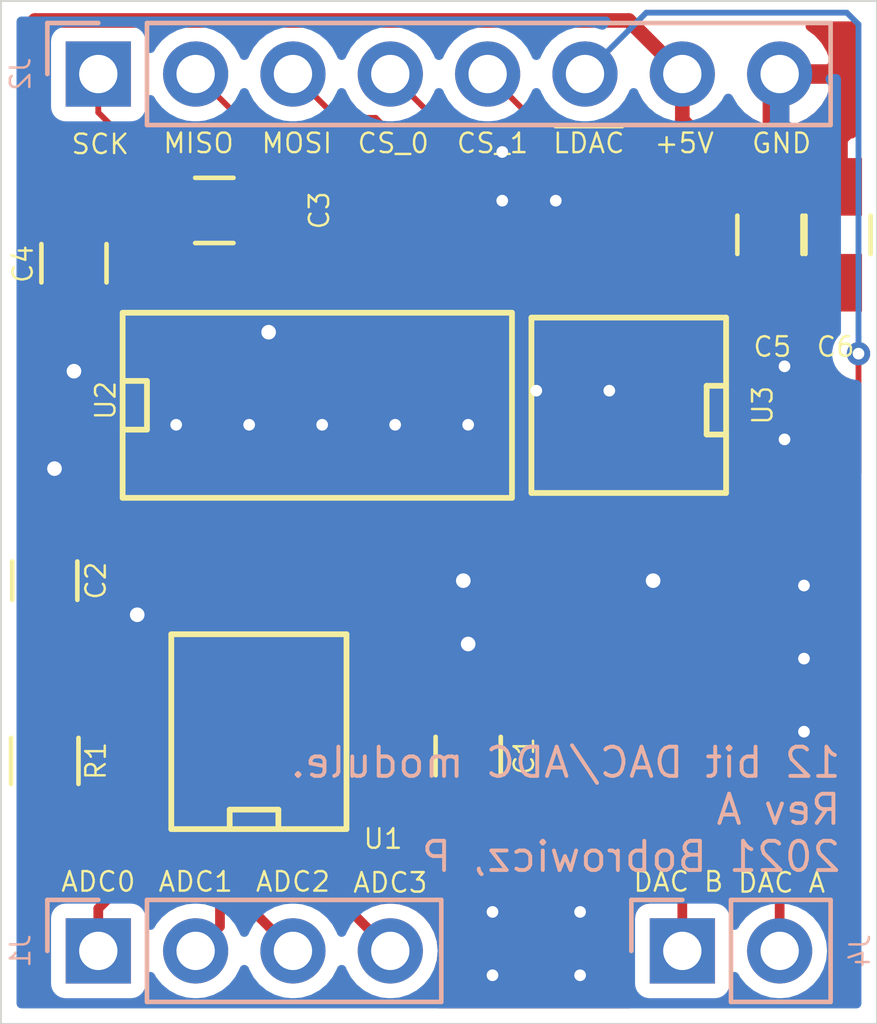
<source format=kicad_pcb>
(kicad_pcb (version 20171130) (host pcbnew "(5.1.0)-1")

  (general
    (thickness 1.6)
    (drawings 19)
    (tracks 154)
    (zones 0)
    (modules 13)
    (nets 17)
  )

  (page A4)
  (layers
    (0 F.Cu signal)
    (31 B.Cu signal)
    (32 B.Adhes user)
    (33 F.Adhes user)
    (34 B.Paste user)
    (35 F.Paste user)
    (36 B.SilkS user)
    (37 F.SilkS user)
    (38 B.Mask user)
    (39 F.Mask user)
    (40 Dwgs.User user)
    (41 Cmts.User user)
    (42 Eco1.User user)
    (43 Eco2.User user)
    (44 Edge.Cuts user)
    (45 Margin user)
    (46 B.CrtYd user)
    (47 F.CrtYd user)
    (48 B.Fab user)
    (49 F.Fab user)
  )

  (setup
    (last_trace_width 0.1524)
    (user_trace_width 0.254)
    (user_trace_width 0.381)
    (user_trace_width 0.508)
    (trace_clearance 0.1524)
    (zone_clearance 0.381)
    (zone_45_only no)
    (trace_min 0.1524)
    (via_size 0.6096)
    (via_drill 0.3048)
    (via_min_size 0.508)
    (via_min_drill 0.254)
    (uvia_size 0.6858)
    (uvia_drill 0.3302)
    (uvias_allowed no)
    (uvia_min_size 0.508)
    (uvia_min_drill 0.254)
    (edge_width 0.05)
    (segment_width 0.2)
    (pcb_text_width 0.3)
    (pcb_text_size 1.5 1.5)
    (mod_edge_width 0.12)
    (mod_text_size 0.508 0.508)
    (mod_text_width 0.0635)
    (pad_size 1.524 1.524)
    (pad_drill 0.762)
    (pad_to_mask_clearance 0.0508)
    (solder_mask_min_width 0.1016)
    (aux_axis_origin 0 0)
    (visible_elements 7FFFFFFF)
    (pcbplotparams
      (layerselection 0x010fc_ffffffff)
      (usegerberextensions false)
      (usegerberattributes false)
      (usegerberadvancedattributes false)
      (creategerberjobfile false)
      (excludeedgelayer true)
      (linewidth 0.038100)
      (plotframeref false)
      (viasonmask false)
      (mode 1)
      (useauxorigin false)
      (hpglpennumber 1)
      (hpglpenspeed 20)
      (hpglpendiameter 15.000000)
      (psnegative false)
      (psa4output false)
      (plotreference true)
      (plotvalue true)
      (plotinvisibletext false)
      (padsonsilk false)
      (subtractmaskfromsilk false)
      (outputformat 1)
      (mirror false)
      (drillshape 1)
      (scaleselection 1)
      (outputdirectory ""))
  )

  (net 0 "")
  (net 1 +5V)
  (net 2 GND)
  (net 3 "Net-(C2-Pad1)")
  (net 4 /ADC_0)
  (net 5 /ADC_1)
  (net 6 /ADC_2)
  (net 7 /ADC_3)
  (net 8 /SCK)
  (net 9 /MISO)
  (net 10 /MOSI)
  (net 11 /CS_0)
  (net 12 /CS_1)
  (net 13 /~LDAC)
  (net 14 /DAC_B)
  (net 15 /DAC_A)
  (net 16 /Vref)

  (net_class Default "This is the default net class."
    (clearance 0.1524)
    (trace_width 0.1524)
    (via_dia 0.6096)
    (via_drill 0.3048)
    (uvia_dia 0.6858)
    (uvia_drill 0.3302)
    (add_net /CS_0)
    (add_net /CS_1)
    (add_net /MISO)
    (add_net /MOSI)
    (add_net /SCK)
    (add_net /Vref)
    (add_net /~LDAC)
    (add_net "Net-(C2-Pad1)")
  )

  (net_class "Analog Signal" ""
    (clearance 0.254)
    (trace_width 0.254)
    (via_dia 0.6858)
    (via_drill 0.3302)
    (uvia_dia 0.6858)
    (uvia_drill 0.3302)
    (add_net /ADC_0)
    (add_net /ADC_1)
    (add_net /ADC_2)
    (add_net /ADC_3)
    (add_net /DAC_A)
    (add_net /DAC_B)
  )

  (net_class Power ""
    (clearance 0.254)
    (trace_width 0.381)
    (via_dia 0.762)
    (via_drill 0.381)
    (uvia_dia 0.6858)
    (uvia_drill 0.3302)
    (add_net +5V)
    (add_net GND)
  )

  (module Pin_Headers:Pin_Header_Straight_1x08_Pitch2.54mm (layer B.Cu) (tedit 59650532) (tstamp 605A110D)
    (at 121.92 93.98 270)
    (descr "Through hole straight pin header, 1x08, 2.54mm pitch, single row")
    (tags "Through hole pin header THT 1x08 2.54mm single row")
    (path /60779499)
    (fp_text reference J2 (at 0 2.032 270) (layer B.SilkS)
      (effects (font (size 0.508 0.508) (thickness 0.0635)) (justify mirror))
    )
    (fp_text value Conn_01x08_Male (at 0 -20.11 270) (layer B.Fab) hide
      (effects (font (size 1 1) (thickness 0.15)) (justify mirror))
    )
    (fp_line (start -0.635 1.27) (end 1.27 1.27) (layer B.Fab) (width 0.1))
    (fp_line (start 1.27 1.27) (end 1.27 -19.05) (layer B.Fab) (width 0.1))
    (fp_line (start 1.27 -19.05) (end -1.27 -19.05) (layer B.Fab) (width 0.1))
    (fp_line (start -1.27 -19.05) (end -1.27 0.635) (layer B.Fab) (width 0.1))
    (fp_line (start -1.27 0.635) (end -0.635 1.27) (layer B.Fab) (width 0.1))
    (fp_line (start -1.33 -19.11) (end 1.33 -19.11) (layer B.SilkS) (width 0.12))
    (fp_line (start -1.33 -1.27) (end -1.33 -19.11) (layer B.SilkS) (width 0.12))
    (fp_line (start 1.33 -1.27) (end 1.33 -19.11) (layer B.SilkS) (width 0.12))
    (fp_line (start -1.33 -1.27) (end 1.33 -1.27) (layer B.SilkS) (width 0.12))
    (fp_line (start -1.33 0) (end -1.33 1.33) (layer B.SilkS) (width 0.12))
    (fp_line (start -1.33 1.33) (end 0 1.33) (layer B.SilkS) (width 0.12))
    (fp_line (start -1.8 1.8) (end -1.8 -19.55) (layer B.CrtYd) (width 0.05))
    (fp_line (start -1.8 -19.55) (end 1.8 -19.55) (layer B.CrtYd) (width 0.05))
    (fp_line (start 1.8 -19.55) (end 1.8 1.8) (layer B.CrtYd) (width 0.05))
    (fp_line (start 1.8 1.8) (end -1.8 1.8) (layer B.CrtYd) (width 0.05))
    (fp_text user %R (at 0 -8.89 180) (layer B.Fab)
      (effects (font (size 0.508 0.508) (thickness 0.0635)) (justify mirror))
    )
    (pad 1 thru_hole rect (at 0 0 270) (size 1.7 1.7) (drill 1) (layers *.Cu *.Mask)
      (net 8 /SCK))
    (pad 2 thru_hole oval (at 0 -2.54 270) (size 1.7 1.7) (drill 1) (layers *.Cu *.Mask)
      (net 9 /MISO))
    (pad 3 thru_hole oval (at 0 -5.08 270) (size 1.7 1.7) (drill 1) (layers *.Cu *.Mask)
      (net 10 /MOSI))
    (pad 4 thru_hole oval (at 0 -7.62 270) (size 1.7 1.7) (drill 1) (layers *.Cu *.Mask)
      (net 11 /CS_0))
    (pad 5 thru_hole oval (at 0 -10.16 270) (size 1.7 1.7) (drill 1) (layers *.Cu *.Mask)
      (net 12 /CS_1))
    (pad 6 thru_hole oval (at 0 -12.7 270) (size 1.7 1.7) (drill 1) (layers *.Cu *.Mask)
      (net 13 /~LDAC))
    (pad 7 thru_hole oval (at 0 -15.24 270) (size 1.7 1.7) (drill 1) (layers *.Cu *.Mask)
      (net 1 +5V))
    (pad 8 thru_hole oval (at 0 -17.78 270) (size 1.7 1.7) (drill 1) (layers *.Cu *.Mask)
      (net 2 GND))
    (model ${KISYS3DMOD}/Pin_Headers.3dshapes/Pin_Header_Straight_1x08_Pitch2.54mm.wrl
      (at (xyz 0 0 0))
      (scale (xyz 1 1 1))
      (rotate (xyz 0 0 0))
    )
  )

  (module SMD_Packages:SOIC-8-N (layer F.Cu) (tedit 0) (tstamp 605A1287)
    (at 135.763 102.616 180)
    (descr "Module Narrow CMS SOJ 8 pins large")
    (tags "CMS SOJ")
    (path /6067654C)
    (attr smd)
    (fp_text reference U3 (at -3.4925 0 270) (layer F.SilkS)
      (effects (font (size 0.508 0.508) (thickness 0.0635)))
    )
    (fp_text value MCP4822 (at 0 1.27 180) (layer F.Fab)
      (effects (font (size 0.508 0.508) (thickness 0.0635)))
    )
    (fp_line (start -2.54 -2.286) (end 2.54 -2.286) (layer F.SilkS) (width 0.15))
    (fp_line (start 2.54 -2.286) (end 2.54 2.286) (layer F.SilkS) (width 0.15))
    (fp_line (start 2.54 2.286) (end -2.54 2.286) (layer F.SilkS) (width 0.15))
    (fp_line (start -2.54 2.286) (end -2.54 -2.286) (layer F.SilkS) (width 0.15))
    (fp_line (start -2.54 -0.762) (end -2.032 -0.762) (layer F.SilkS) (width 0.15))
    (fp_line (start -2.032 -0.762) (end -2.032 0.508) (layer F.SilkS) (width 0.15))
    (fp_line (start -2.032 0.508) (end -2.54 0.508) (layer F.SilkS) (width 0.15))
    (pad 8 smd rect (at -1.905 -3.175 180) (size 0.508 1.143) (layers F.Cu F.Paste F.Mask)
      (net 15 /DAC_A))
    (pad 7 smd rect (at -0.635 -3.175 180) (size 0.508 1.143) (layers F.Cu F.Paste F.Mask)
      (net 2 GND))
    (pad 6 smd rect (at 0.635 -3.175 180) (size 0.508 1.143) (layers F.Cu F.Paste F.Mask)
      (net 14 /DAC_B))
    (pad 5 smd rect (at 1.905 -3.175 180) (size 0.508 1.143) (layers F.Cu F.Paste F.Mask)
      (net 13 /~LDAC))
    (pad 4 smd rect (at 1.905 3.175 180) (size 0.508 1.143) (layers F.Cu F.Paste F.Mask)
      (net 10 /MOSI))
    (pad 3 smd rect (at 0.635 3.175 180) (size 0.508 1.143) (layers F.Cu F.Paste F.Mask)
      (net 8 /SCK))
    (pad 2 smd rect (at -0.635 3.175 180) (size 0.508 1.143) (layers F.Cu F.Paste F.Mask)
      (net 12 /CS_1))
    (pad 1 smd rect (at -1.905 3.175 180) (size 0.508 1.143) (layers F.Cu F.Paste F.Mask)
      (net 1 +5V))
    (model SMD_Packages.3dshapes/SOIC-8-N.wrl
      (at (xyz 0 0 0))
      (scale (xyz 0.5 0.38 0.5))
      (rotate (xyz 0 0 0))
    )
  )

  (module SMD_Packages:SOIC-14_N (layer F.Cu) (tedit 0) (tstamp 60595E29)
    (at 127.635 102.489)
    (descr "Module CMS SOJ 14 pins Large")
    (tags "CMS SOJ")
    (path /60667795)
    (attr smd)
    (fp_text reference U2 (at -5.5245 0 90) (layer F.SilkS)
      (effects (font (size 0.508 0.508) (thickness 0.0635)))
    )
    (fp_text value MCP3204 (at 0 1.27) (layer F.Fab)
      (effects (font (size 0.508 0.508) (thickness 0.0635)))
    )
    (fp_line (start 5.08 -2.286) (end 5.08 2.54) (layer F.SilkS) (width 0.15))
    (fp_line (start 5.08 2.54) (end -5.08 2.54) (layer F.SilkS) (width 0.15))
    (fp_line (start -5.08 2.54) (end -5.08 -2.286) (layer F.SilkS) (width 0.15))
    (fp_line (start -5.08 -2.286) (end 5.08 -2.286) (layer F.SilkS) (width 0.15))
    (fp_line (start -5.08 -0.508) (end -4.445 -0.508) (layer F.SilkS) (width 0.15))
    (fp_line (start -4.445 -0.508) (end -4.445 0.762) (layer F.SilkS) (width 0.15))
    (fp_line (start -4.445 0.762) (end -5.08 0.762) (layer F.SilkS) (width 0.15))
    (pad 1 smd rect (at -3.81 3.302) (size 0.508 1.143) (layers F.Cu F.Paste F.Mask)
      (net 4 /ADC_0))
    (pad 2 smd rect (at -2.54 3.302) (size 0.508 1.143) (layers F.Cu F.Paste F.Mask)
      (net 5 /ADC_1))
    (pad 3 smd rect (at -1.27 3.302) (size 0.508 1.143) (layers F.Cu F.Paste F.Mask)
      (net 6 /ADC_2))
    (pad 4 smd rect (at 0 3.302) (size 0.508 1.143) (layers F.Cu F.Paste F.Mask)
      (net 7 /ADC_3))
    (pad 5 smd rect (at 1.27 3.302) (size 0.508 1.143) (layers F.Cu F.Paste F.Mask))
    (pad 6 smd rect (at 2.54 3.302) (size 0.508 1.143) (layers F.Cu F.Paste F.Mask))
    (pad 7 smd rect (at 3.81 3.302) (size 0.508 1.143) (layers F.Cu F.Paste F.Mask)
      (net 2 GND))
    (pad 8 smd rect (at 3.81 -3.048) (size 0.508 1.143) (layers F.Cu F.Paste F.Mask)
      (net 11 /CS_0))
    (pad 9 smd rect (at 2.54 -3.048) (size 0.508 1.143) (layers F.Cu F.Paste F.Mask)
      (net 10 /MOSI))
    (pad 11 smd rect (at 0 -3.048) (size 0.508 1.143) (layers F.Cu F.Paste F.Mask)
      (net 8 /SCK))
    (pad 12 smd rect (at -1.27 -3.048) (size 0.508 1.143) (layers F.Cu F.Paste F.Mask)
      (net 2 GND))
    (pad 13 smd rect (at -2.54 -3.048) (size 0.508 1.143) (layers F.Cu F.Paste F.Mask)
      (net 16 /Vref))
    (pad 14 smd rect (at -3.81 -3.048) (size 0.508 1.143) (layers F.Cu F.Paste F.Mask)
      (net 1 +5V))
    (pad 10 smd rect (at 1.27 -3.048) (size 0.508 1.143) (layers F.Cu F.Paste F.Mask)
      (net 9 /MISO))
    (model SMD_Packages.3dshapes/SOIC-14_N.wrl
      (at (xyz 0 0 0))
      (scale (xyz 0.5 0.4 0.5))
      (rotate (xyz 0 0 0))
    )
  )

  (module SMD_Packages:SOIC-8-N (layer F.Cu) (tedit 0) (tstamp 605A0834)
    (at 126.111 111.125 90)
    (descr "Module Narrow CMS SOJ 8 pins large")
    (tags "CMS SOJ")
    (path /6067141C)
    (attr smd)
    (fp_text reference U1 (at -2.794 3.2385 180) (layer F.SilkS)
      (effects (font (size 0.508 0.508) (thickness 0.0635)))
    )
    (fp_text value MCP1501 (at 0 1.27 90) (layer F.Fab)
      (effects (font (size 0.508 0.508) (thickness 0.0635)))
    )
    (fp_line (start -2.54 -2.286) (end 2.54 -2.286) (layer F.SilkS) (width 0.15))
    (fp_line (start 2.54 -2.286) (end 2.54 2.286) (layer F.SilkS) (width 0.15))
    (fp_line (start 2.54 2.286) (end -2.54 2.286) (layer F.SilkS) (width 0.15))
    (fp_line (start -2.54 2.286) (end -2.54 -2.286) (layer F.SilkS) (width 0.15))
    (fp_line (start -2.54 -0.762) (end -2.032 -0.762) (layer F.SilkS) (width 0.15))
    (fp_line (start -2.032 -0.762) (end -2.032 0.508) (layer F.SilkS) (width 0.15))
    (fp_line (start -2.032 0.508) (end -2.54 0.508) (layer F.SilkS) (width 0.15))
    (pad 8 smd rect (at -1.905 -3.175 90) (size 0.508 1.143) (layers F.Cu F.Paste F.Mask)
      (net 16 /Vref))
    (pad 7 smd rect (at -0.635 -3.175 90) (size 0.508 1.143) (layers F.Cu F.Paste F.Mask)
      (net 16 /Vref))
    (pad 6 smd rect (at 0.635 -3.175 90) (size 0.508 1.143) (layers F.Cu F.Paste F.Mask)
      (net 2 GND))
    (pad 5 smd rect (at 1.905 -3.175 90) (size 0.508 1.143) (layers F.Cu F.Paste F.Mask)
      (net 2 GND))
    (pad 4 smd rect (at 1.905 3.175 90) (size 0.508 1.143) (layers F.Cu F.Paste F.Mask)
      (net 2 GND))
    (pad 3 smd rect (at 0.635 3.175 90) (size 0.508 1.143) (layers F.Cu F.Paste F.Mask)
      (net 1 +5V))
    (pad 2 smd rect (at -0.635 3.175 90) (size 0.508 1.143) (layers F.Cu F.Paste F.Mask)
      (net 2 GND))
    (pad 1 smd rect (at -1.905 3.175 90) (size 0.508 1.143) (layers F.Cu F.Paste F.Mask)
      (net 1 +5V))
    (model SMD_Packages.3dshapes/SOIC-8-N.wrl
      (at (xyz 0 0 0))
      (scale (xyz 0.5 0.38 0.5))
      (rotate (xyz 0 0 0))
    )
  )

  (module Resistors_SMD:R_0805_HandSoldering (layer F.Cu) (tedit 58E0A804) (tstamp 60595E23)
    (at 120.523 111.887 90)
    (descr "Resistor SMD 0805, hand soldering")
    (tags "resistor 0805")
    (path /60708C08)
    (attr smd)
    (fp_text reference R1 (at 0 1.3335 90) (layer F.SilkS)
      (effects (font (size 0.508 0.508) (thickness 0.0635)))
    )
    (fp_text value 50R (at 0 1.75 90) (layer F.Fab) hide
      (effects (font (size 1 1) (thickness 0.15)))
    )
    (fp_text user %R (at 0 0 180) (layer F.Fab)
      (effects (font (size 0.5 0.5) (thickness 0.075)))
    )
    (fp_line (start -1 0.62) (end -1 -0.62) (layer F.Fab) (width 0.1))
    (fp_line (start 1 0.62) (end -1 0.62) (layer F.Fab) (width 0.1))
    (fp_line (start 1 -0.62) (end 1 0.62) (layer F.Fab) (width 0.1))
    (fp_line (start -1 -0.62) (end 1 -0.62) (layer F.Fab) (width 0.1))
    (fp_line (start 0.6 0.88) (end -0.6 0.88) (layer F.SilkS) (width 0.12))
    (fp_line (start -0.6 -0.88) (end 0.6 -0.88) (layer F.SilkS) (width 0.12))
    (fp_line (start -2.35 -0.9) (end 2.35 -0.9) (layer F.CrtYd) (width 0.05))
    (fp_line (start -2.35 -0.9) (end -2.35 0.9) (layer F.CrtYd) (width 0.05))
    (fp_line (start 2.35 0.9) (end 2.35 -0.9) (layer F.CrtYd) (width 0.05))
    (fp_line (start 2.35 0.9) (end -2.35 0.9) (layer F.CrtYd) (width 0.05))
    (pad 1 smd rect (at -1.35 0 90) (size 1.5 1.3) (layers F.Cu F.Paste F.Mask)
      (net 16 /Vref))
    (pad 2 smd rect (at 1.35 0 90) (size 1.5 1.3) (layers F.Cu F.Paste F.Mask)
      (net 3 "Net-(C2-Pad1)"))
    (model ${KISYS3DMOD}/Resistors_SMD.3dshapes/R_0805.wrl
      (at (xyz 0 0 0))
      (scale (xyz 1 1 1))
      (rotate (xyz 0 0 0))
    )
  )

  (module Pin_Headers:Pin_Header_Straight_1x02_Pitch2.54mm (layer B.Cu) (tedit 59650532) (tstamp 605A1221)
    (at 137.16 116.84 270)
    (descr "Through hole straight pin header, 1x02, 2.54mm pitch, single row")
    (tags "Through hole pin header THT 1x02 2.54mm single row")
    (path /606C8099)
    (fp_text reference J4 (at 0 -4.6355 270) (layer B.SilkS)
      (effects (font (size 0.508 0.508) (thickness 0.0635)) (justify mirror))
    )
    (fp_text value Conn_01x02_Male (at 0 -4.87 270) (layer B.Fab) hide
      (effects (font (size 1 1) (thickness 0.15)) (justify mirror))
    )
    (fp_line (start -0.635 1.27) (end 1.27 1.27) (layer B.Fab) (width 0.1))
    (fp_line (start 1.27 1.27) (end 1.27 -3.81) (layer B.Fab) (width 0.1))
    (fp_line (start 1.27 -3.81) (end -1.27 -3.81) (layer B.Fab) (width 0.1))
    (fp_line (start -1.27 -3.81) (end -1.27 0.635) (layer B.Fab) (width 0.1))
    (fp_line (start -1.27 0.635) (end -0.635 1.27) (layer B.Fab) (width 0.1))
    (fp_line (start -1.33 -3.87) (end 1.33 -3.87) (layer B.SilkS) (width 0.12))
    (fp_line (start -1.33 -1.27) (end -1.33 -3.87) (layer B.SilkS) (width 0.12))
    (fp_line (start 1.33 -1.27) (end 1.33 -3.87) (layer B.SilkS) (width 0.12))
    (fp_line (start -1.33 -1.27) (end 1.33 -1.27) (layer B.SilkS) (width 0.12))
    (fp_line (start -1.33 0) (end -1.33 1.33) (layer B.SilkS) (width 0.12))
    (fp_line (start -1.33 1.33) (end 0 1.33) (layer B.SilkS) (width 0.12))
    (fp_line (start -1.8 1.8) (end -1.8 -4.35) (layer B.CrtYd) (width 0.05))
    (fp_line (start -1.8 -4.35) (end 1.8 -4.35) (layer B.CrtYd) (width 0.05))
    (fp_line (start 1.8 -4.35) (end 1.8 1.8) (layer B.CrtYd) (width 0.05))
    (fp_line (start 1.8 1.8) (end -1.8 1.8) (layer B.CrtYd) (width 0.05))
    (fp_text user %R (at 0 -1.27 180) (layer B.Fab)
      (effects (font (size 0.508 0.508) (thickness 0.0635)) (justify mirror))
    )
    (pad 1 thru_hole rect (at 0 0 270) (size 1.7 1.7) (drill 1) (layers *.Cu *.Mask)
      (net 14 /DAC_B))
    (pad 2 thru_hole oval (at 0 -2.54 270) (size 1.7 1.7) (drill 1) (layers *.Cu *.Mask)
      (net 15 /DAC_A))
    (model ${KISYS3DMOD}/Pin_Headers.3dshapes/Pin_Header_Straight_1x02_Pitch2.54mm.wrl
      (at (xyz 0 0 0))
      (scale (xyz 1 1 1))
      (rotate (xyz 0 0 0))
    )
  )

  (module Pin_Headers:Pin_Header_Straight_1x04_Pitch2.54mm (layer B.Cu) (tedit 59650532) (tstamp 605AA938)
    (at 121.92 116.84 270)
    (descr "Through hole straight pin header, 1x04, 2.54mm pitch, single row")
    (tags "Through hole pin header THT 1x04 2.54mm single row")
    (path /606AC511)
    (fp_text reference J1 (at 0 2.032 270) (layer B.SilkS)
      (effects (font (size 0.508 0.508) (thickness 0.0635)) (justify mirror))
    )
    (fp_text value Conn_01x04_Male (at 0 -9.95 270) (layer B.Fab) hide
      (effects (font (size 1 1) (thickness 0.15)) (justify mirror))
    )
    (fp_line (start -0.635 1.27) (end 1.27 1.27) (layer B.Fab) (width 0.1))
    (fp_line (start 1.27 1.27) (end 1.27 -8.89) (layer B.Fab) (width 0.1))
    (fp_line (start 1.27 -8.89) (end -1.27 -8.89) (layer B.Fab) (width 0.1))
    (fp_line (start -1.27 -8.89) (end -1.27 0.635) (layer B.Fab) (width 0.1))
    (fp_line (start -1.27 0.635) (end -0.635 1.27) (layer B.Fab) (width 0.1))
    (fp_line (start -1.33 -8.95) (end 1.33 -8.95) (layer B.SilkS) (width 0.12))
    (fp_line (start -1.33 -1.27) (end -1.33 -8.95) (layer B.SilkS) (width 0.12))
    (fp_line (start 1.33 -1.27) (end 1.33 -8.95) (layer B.SilkS) (width 0.12))
    (fp_line (start -1.33 -1.27) (end 1.33 -1.27) (layer B.SilkS) (width 0.12))
    (fp_line (start -1.33 0) (end -1.33 1.33) (layer B.SilkS) (width 0.12))
    (fp_line (start -1.33 1.33) (end 0 1.33) (layer B.SilkS) (width 0.12))
    (fp_line (start -1.8 1.8) (end -1.8 -9.4) (layer B.CrtYd) (width 0.05))
    (fp_line (start -1.8 -9.4) (end 1.8 -9.4) (layer B.CrtYd) (width 0.05))
    (fp_line (start 1.8 -9.4) (end 1.8 1.8) (layer B.CrtYd) (width 0.05))
    (fp_line (start 1.8 1.8) (end -1.8 1.8) (layer B.CrtYd) (width 0.05))
    (fp_text user %R (at 0 -3.81 180) (layer B.Fab)
      (effects (font (size 0.508 0.508) (thickness 0.0635)) (justify mirror))
    )
    (pad 1 thru_hole rect (at 0 0 270) (size 1.7 1.7) (drill 1) (layers *.Cu *.Mask)
      (net 4 /ADC_0))
    (pad 2 thru_hole oval (at 0 -2.54 270) (size 1.7 1.7) (drill 1) (layers *.Cu *.Mask)
      (net 5 /ADC_1))
    (pad 3 thru_hole oval (at 0 -5.08 270) (size 1.7 1.7) (drill 1) (layers *.Cu *.Mask)
      (net 6 /ADC_2))
    (pad 4 thru_hole oval (at 0 -7.62 270) (size 1.7 1.7) (drill 1) (layers *.Cu *.Mask)
      (net 7 /ADC_3))
    (model ${KISYS3DMOD}/Pin_Headers.3dshapes/Pin_Header_Straight_1x04_Pitch2.54mm.wrl
      (at (xyz 0 0 0))
      (scale (xyz 1 1 1))
      (rotate (xyz 0 0 0))
    )
  )

  (module Capacitors_SMD:C_0805_HandSoldering (layer F.Cu) (tedit 58AA84A8) (tstamp 60595E14)
    (at 141.224 98.171 90)
    (descr "Capacitor SMD 0805, hand soldering")
    (tags "capacitor 0805")
    (path /6070F1ED)
    (attr smd)
    (fp_text reference C6 (at -2.921 -0.0635 180) (layer F.SilkS)
      (effects (font (size 0.508 0.508) (thickness 0.0635)))
    )
    (fp_text value 10u (at 0 1.75 90) (layer F.Fab) hide
      (effects (font (size 1 1) (thickness 0.15)))
    )
    (fp_text user %R (at 0 0 180) (layer F.Fab)
      (effects (font (size 0.508 0.508) (thickness 0.0635)))
    )
    (fp_line (start -1 0.62) (end -1 -0.62) (layer F.Fab) (width 0.1))
    (fp_line (start 1 0.62) (end -1 0.62) (layer F.Fab) (width 0.1))
    (fp_line (start 1 -0.62) (end 1 0.62) (layer F.Fab) (width 0.1))
    (fp_line (start -1 -0.62) (end 1 -0.62) (layer F.Fab) (width 0.1))
    (fp_line (start 0.5 -0.85) (end -0.5 -0.85) (layer F.SilkS) (width 0.12))
    (fp_line (start -0.5 0.85) (end 0.5 0.85) (layer F.SilkS) (width 0.12))
    (fp_line (start -2.25 -0.88) (end 2.25 -0.88) (layer F.CrtYd) (width 0.05))
    (fp_line (start -2.25 -0.88) (end -2.25 0.87) (layer F.CrtYd) (width 0.05))
    (fp_line (start 2.25 0.87) (end 2.25 -0.88) (layer F.CrtYd) (width 0.05))
    (fp_line (start 2.25 0.87) (end -2.25 0.87) (layer F.CrtYd) (width 0.05))
    (pad 1 smd rect (at -1.25 0 90) (size 1.5 1.25) (layers F.Cu F.Paste F.Mask)
      (net 1 +5V))
    (pad 2 smd rect (at 1.25 0 90) (size 1.5 1.25) (layers F.Cu F.Paste F.Mask)
      (net 2 GND))
    (model Capacitors_SMD.3dshapes/C_0805.wrl
      (at (xyz 0 0 0))
      (scale (xyz 1 1 1))
      (rotate (xyz 0 0 0))
    )
  )

  (module Capacitors_SMD:C_0805_HandSoldering (layer F.Cu) (tedit 58AA84A8) (tstamp 605A9F42)
    (at 139.446 98.171 90)
    (descr "Capacitor SMD 0805, hand soldering")
    (tags "capacitor 0805")
    (path /6070D1CD)
    (attr smd)
    (fp_text reference C5 (at -2.921 0.0635 180) (layer F.SilkS)
      (effects (font (size 0.508 0.508) (thickness 0.0635)))
    )
    (fp_text value 0.1u (at 0 1.75 90) (layer F.Fab) hide
      (effects (font (size 1 1) (thickness 0.15)))
    )
    (fp_text user %R (at 0 -0.0635 180) (layer F.Fab)
      (effects (font (size 0.508 0.508) (thickness 0.0635)))
    )
    (fp_line (start -1 0.62) (end -1 -0.62) (layer F.Fab) (width 0.1))
    (fp_line (start 1 0.62) (end -1 0.62) (layer F.Fab) (width 0.1))
    (fp_line (start 1 -0.62) (end 1 0.62) (layer F.Fab) (width 0.1))
    (fp_line (start -1 -0.62) (end 1 -0.62) (layer F.Fab) (width 0.1))
    (fp_line (start 0.5 -0.85) (end -0.5 -0.85) (layer F.SilkS) (width 0.12))
    (fp_line (start -0.5 0.85) (end 0.5 0.85) (layer F.SilkS) (width 0.12))
    (fp_line (start -2.25 -0.88) (end 2.25 -0.88) (layer F.CrtYd) (width 0.05))
    (fp_line (start -2.25 -0.88) (end -2.25 0.87) (layer F.CrtYd) (width 0.05))
    (fp_line (start 2.25 0.87) (end 2.25 -0.88) (layer F.CrtYd) (width 0.05))
    (fp_line (start 2.25 0.87) (end -2.25 0.87) (layer F.CrtYd) (width 0.05))
    (pad 1 smd rect (at -1.25 0 90) (size 1.5 1.25) (layers F.Cu F.Paste F.Mask)
      (net 1 +5V))
    (pad 2 smd rect (at 1.25 0 90) (size 1.5 1.25) (layers F.Cu F.Paste F.Mask)
      (net 2 GND))
    (model Capacitors_SMD.3dshapes/C_0805.wrl
      (at (xyz 0 0 0))
      (scale (xyz 1 1 1))
      (rotate (xyz 0 0 0))
    )
  )

  (module Capacitors_SMD:C_0805_HandSoldering (layer F.Cu) (tedit 58AA84A8) (tstamp 60595E0E)
    (at 121.285 98.913 270)
    (descr "Capacitor SMD 0805, hand soldering")
    (tags "capacitor 0805")
    (path /6072D9F3)
    (attr smd)
    (fp_text reference C4 (at 0.02 1.3335 270) (layer F.SilkS)
      (effects (font (size 0.508 0.508) (thickness 0.0635)))
    )
    (fp_text value 10u (at 0 1.75 270) (layer F.Fab) hide
      (effects (font (size 1 1) (thickness 0.15)))
    )
    (fp_text user %R (at 0 0) (layer F.Fab)
      (effects (font (size 0.508 0.508) (thickness 0.0635)))
    )
    (fp_line (start -1 0.62) (end -1 -0.62) (layer F.Fab) (width 0.1))
    (fp_line (start 1 0.62) (end -1 0.62) (layer F.Fab) (width 0.1))
    (fp_line (start 1 -0.62) (end 1 0.62) (layer F.Fab) (width 0.1))
    (fp_line (start -1 -0.62) (end 1 -0.62) (layer F.Fab) (width 0.1))
    (fp_line (start 0.5 -0.85) (end -0.5 -0.85) (layer F.SilkS) (width 0.12))
    (fp_line (start -0.5 0.85) (end 0.5 0.85) (layer F.SilkS) (width 0.12))
    (fp_line (start -2.25 -0.88) (end 2.25 -0.88) (layer F.CrtYd) (width 0.05))
    (fp_line (start -2.25 -0.88) (end -2.25 0.87) (layer F.CrtYd) (width 0.05))
    (fp_line (start 2.25 0.87) (end 2.25 -0.88) (layer F.CrtYd) (width 0.05))
    (fp_line (start 2.25 0.87) (end -2.25 0.87) (layer F.CrtYd) (width 0.05))
    (pad 1 smd rect (at -1.25 0 270) (size 1.5 1.25) (layers F.Cu F.Paste F.Mask)
      (net 1 +5V))
    (pad 2 smd rect (at 1.25 0 270) (size 1.5 1.25) (layers F.Cu F.Paste F.Mask)
      (net 2 GND))
    (model Capacitors_SMD.3dshapes/C_0805.wrl
      (at (xyz 0 0 0))
      (scale (xyz 1 1 1))
      (rotate (xyz 0 0 0))
    )
  )

  (module Capacitors_SMD:C_0805_HandSoldering (layer F.Cu) (tedit 58AA84A8) (tstamp 605A0ED4)
    (at 124.948 97.536)
    (descr "Capacitor SMD 0805, hand soldering")
    (tags "capacitor 0805")
    (path /6071D1C4)
    (attr smd)
    (fp_text reference C3 (at 2.7378 0 90) (layer F.SilkS)
      (effects (font (size 0.508 0.508) (thickness 0.0635)))
    )
    (fp_text value 0.1u (at 0 1.75) (layer F.Fab) hide
      (effects (font (size 1 1) (thickness 0.15)))
    )
    (fp_text user %R (at 0.02 0 90) (layer F.Fab)
      (effects (font (size 0.508 0.508) (thickness 0.0635)))
    )
    (fp_line (start -1 0.62) (end -1 -0.62) (layer F.Fab) (width 0.1))
    (fp_line (start 1 0.62) (end -1 0.62) (layer F.Fab) (width 0.1))
    (fp_line (start 1 -0.62) (end 1 0.62) (layer F.Fab) (width 0.1))
    (fp_line (start -1 -0.62) (end 1 -0.62) (layer F.Fab) (width 0.1))
    (fp_line (start 0.5 -0.85) (end -0.5 -0.85) (layer F.SilkS) (width 0.12))
    (fp_line (start -0.5 0.85) (end 0.5 0.85) (layer F.SilkS) (width 0.12))
    (fp_line (start -2.25 -0.88) (end 2.25 -0.88) (layer F.CrtYd) (width 0.05))
    (fp_line (start -2.25 -0.88) (end -2.25 0.87) (layer F.CrtYd) (width 0.05))
    (fp_line (start 2.25 0.87) (end 2.25 -0.88) (layer F.CrtYd) (width 0.05))
    (fp_line (start 2.25 0.87) (end -2.25 0.87) (layer F.CrtYd) (width 0.05))
    (pad 1 smd rect (at -1.25 0) (size 1.5 1.25) (layers F.Cu F.Paste F.Mask)
      (net 1 +5V))
    (pad 2 smd rect (at 1.25 0) (size 1.5 1.25) (layers F.Cu F.Paste F.Mask)
      (net 2 GND))
    (model Capacitors_SMD.3dshapes/C_0805.wrl
      (at (xyz 0 0 0))
      (scale (xyz 1 1 1))
      (rotate (xyz 0 0 0))
    )
  )

  (module Capacitors_SMD:C_0805_HandSoldering (layer F.Cu) (tedit 58AA84A8) (tstamp 60595E08)
    (at 120.523 107.188 90)
    (descr "Capacitor SMD 0805, hand soldering")
    (tags "capacitor 0805")
    (path /606DBFD6)
    (attr smd)
    (fp_text reference C2 (at 0 1.3335 270) (layer F.SilkS)
      (effects (font (size 0.508 0.508) (thickness 0.0635)))
    )
    (fp_text value 2.2u (at 0 1.75 90) (layer F.Fab) hide
      (effects (font (size 1 1) (thickness 0.15)))
    )
    (fp_text user %R (at 0 0) (layer F.Fab)
      (effects (font (size 0.508 0.508) (thickness 0.0635)))
    )
    (fp_line (start -1 0.62) (end -1 -0.62) (layer F.Fab) (width 0.1))
    (fp_line (start 1 0.62) (end -1 0.62) (layer F.Fab) (width 0.1))
    (fp_line (start 1 -0.62) (end 1 0.62) (layer F.Fab) (width 0.1))
    (fp_line (start -1 -0.62) (end 1 -0.62) (layer F.Fab) (width 0.1))
    (fp_line (start 0.5 -0.85) (end -0.5 -0.85) (layer F.SilkS) (width 0.12))
    (fp_line (start -0.5 0.85) (end 0.5 0.85) (layer F.SilkS) (width 0.12))
    (fp_line (start -2.25 -0.88) (end 2.25 -0.88) (layer F.CrtYd) (width 0.05))
    (fp_line (start -2.25 -0.88) (end -2.25 0.87) (layer F.CrtYd) (width 0.05))
    (fp_line (start 2.25 0.87) (end 2.25 -0.88) (layer F.CrtYd) (width 0.05))
    (fp_line (start 2.25 0.87) (end -2.25 0.87) (layer F.CrtYd) (width 0.05))
    (pad 1 smd rect (at -1.25 0 90) (size 1.5 1.25) (layers F.Cu F.Paste F.Mask)
      (net 3 "Net-(C2-Pad1)"))
    (pad 2 smd rect (at 1.25 0 90) (size 1.5 1.25) (layers F.Cu F.Paste F.Mask)
      (net 2 GND))
    (model Capacitors_SMD.3dshapes/C_0805.wrl
      (at (xyz 0 0 0))
      (scale (xyz 1 1 1))
      (rotate (xyz 0 0 0))
    )
  )

  (module Capacitors_SMD:C_0805_HandSoldering (layer F.Cu) (tedit 58AA84A8) (tstamp 60595E05)
    (at 131.572 111.76 90)
    (descr "Capacitor SMD 0805, hand soldering")
    (tags "capacitor 0805")
    (path /606E839D)
    (attr smd)
    (fp_text reference C1 (at 0 1.4605 90) (layer F.SilkS)
      (effects (font (size 0.508 0.508) (thickness 0.0635)))
    )
    (fp_text value 2.2u (at 0 1.75 90) (layer F.Fab) hide
      (effects (font (size 1 1) (thickness 0.15)))
    )
    (fp_text user %R (at 0 0 180) (layer F.Fab)
      (effects (font (size 0.508 0.508) (thickness 0.0635)))
    )
    (fp_line (start -1 0.62) (end -1 -0.62) (layer F.Fab) (width 0.1))
    (fp_line (start 1 0.62) (end -1 0.62) (layer F.Fab) (width 0.1))
    (fp_line (start 1 -0.62) (end 1 0.62) (layer F.Fab) (width 0.1))
    (fp_line (start -1 -0.62) (end 1 -0.62) (layer F.Fab) (width 0.1))
    (fp_line (start 0.5 -0.85) (end -0.5 -0.85) (layer F.SilkS) (width 0.12))
    (fp_line (start -0.5 0.85) (end 0.5 0.85) (layer F.SilkS) (width 0.12))
    (fp_line (start -2.25 -0.88) (end 2.25 -0.88) (layer F.CrtYd) (width 0.05))
    (fp_line (start -2.25 -0.88) (end -2.25 0.87) (layer F.CrtYd) (width 0.05))
    (fp_line (start 2.25 0.87) (end 2.25 -0.88) (layer F.CrtYd) (width 0.05))
    (fp_line (start 2.25 0.87) (end -2.25 0.87) (layer F.CrtYd) (width 0.05))
    (pad 1 smd rect (at -1.25 0 90) (size 1.5 1.25) (layers F.Cu F.Paste F.Mask)
      (net 1 +5V))
    (pad 2 smd rect (at 1.25 0 90) (size 1.5 1.25) (layers F.Cu F.Paste F.Mask)
      (net 2 GND))
    (model Capacitors_SMD.3dshapes/C_0805.wrl
      (at (xyz 0 0 0))
      (scale (xyz 1 1 1))
      (rotate (xyz 0 0 0))
    )
  )

  (gr_text GND (at 139.7508 95.7834) (layer F.SilkS)
    (effects (font (size 0.508 0.508) (thickness 0.0635)))
  )
  (gr_text +5V (at 137.2108 95.7834) (layer F.SilkS)
    (effects (font (size 0.508 0.508) (thickness 0.0635)))
  )
  (gr_text ~LDAC (at 134.7216 95.7834) (layer F.SilkS)
    (effects (font (size 0.508 0.508) (thickness 0.0635)))
  )
  (gr_text CS_1 (at 132.207 95.7834) (layer F.SilkS)
    (effects (font (size 0.508 0.508) (thickness 0.0635)))
  )
  (gr_text CS_0 (at 129.6162 95.7834) (layer F.SilkS)
    (effects (font (size 0.508 0.508) (thickness 0.0635)))
  )
  (gr_text MOSI (at 127.1016 95.7834) (layer F.SilkS)
    (effects (font (size 0.508 0.508) (thickness 0.0635)))
  )
  (gr_text MISO (at 124.5362 95.7834) (layer F.SilkS)
    (effects (font (size 0.508 0.508) (thickness 0.0635)))
  )
  (gr_text SCK (at 121.9708 95.8088) (layer F.SilkS)
    (effects (font (size 0.508 0.508) (thickness 0.0635)))
  )
  (gr_text "DAC A" (at 139.7508 115.062) (layer F.SilkS)
    (effects (font (size 0.508 0.508) (thickness 0.0635)))
  )
  (gr_text "DAC B" (at 137.0584 115.0366) (layer F.SilkS) (tstamp 6070844E)
    (effects (font (size 0.508 0.508) (thickness 0.0635)))
  )
  (gr_text ADC3 (at 129.54 115.062) (layer F.SilkS)
    (effects (font (size 0.508 0.508) (thickness 0.0635)))
  )
  (gr_text ADC2 (at 127 115.0366) (layer F.SilkS)
    (effects (font (size 0.508 0.508) (thickness 0.0635)))
  )
  (gr_text ADC1 (at 124.46 115.0366) (layer F.SilkS)
    (effects (font (size 0.508 0.508) (thickness 0.0635)))
  )
  (gr_text ADC0 (at 121.92 115.0366) (layer F.SilkS)
    (effects (font (size 0.508 0.508) (thickness 0.0635)))
  )
  (gr_text "12 bit DAC/ADC module.\nRev A\n2021 Bobrowicz, P" (at 141.351 113.157) (layer B.SilkS)
    (effects (font (size 0.762 0.762) (thickness 0.1016)) (justify left mirror))
  )
  (gr_line (start 142.24 92.075) (end 119.38 92.075) (layer Edge.Cuts) (width 0.05) (tstamp 605A1198))
  (gr_line (start 142.24 118.745) (end 142.24 92.075) (layer Edge.Cuts) (width 0.05))
  (gr_line (start 119.38 118.745) (end 142.24 118.745) (layer Edge.Cuts) (width 0.05))
  (gr_line (start 119.38 92.075) (end 119.38 118.745) (layer Edge.Cuts) (width 0.05))

  (segment (start 129.306 113.01) (end 129.286 113.03) (width 0.381) (layer F.Cu) (net 1))
  (segment (start 131.572 113.01) (end 129.306 113.01) (width 0.381) (layer F.Cu) (net 1))
  (segment (start 137.16 93.98) (end 135.763 92.583) (width 0.381) (layer F.Cu) (net 1))
  (segment (start 135.763 92.583) (end 120.269 92.583) (width 0.381) (layer F.Cu) (net 1))
  (segment (start 120.269 92.583) (end 120.015 92.837) (width 0.381) (layer F.Cu) (net 1))
  (segment (start 121.285 96.532) (end 121.285 97.663) (width 0.381) (layer F.Cu) (net 1))
  (segment (start 120.015 95.262) (end 121.285 96.532) (width 0.381) (layer F.Cu) (net 1))
  (segment (start 120.015 92.837) (end 120.015 95.262) (width 0.381) (layer F.Cu) (net 1))
  (segment (start 123.571 97.663) (end 123.698 97.536) (width 0.381) (layer F.Cu) (net 1))
  (segment (start 121.285 97.663) (end 123.571 97.663) (width 0.381) (layer F.Cu) (net 1))
  (segment (start 123.825 97.663) (end 123.698 97.536) (width 0.381) (layer F.Cu) (net 1))
  (segment (start 123.825 99.441) (end 123.825 97.663) (width 0.381) (layer F.Cu) (net 1))
  (segment (start 141.224 99.421) (end 139.446 99.421) (width 0.381) (layer F.Cu) (net 1))
  (segment (start 137.688 99.421) (end 137.668 99.441) (width 0.381) (layer F.Cu) (net 1))
  (segment (start 139.446 99.421) (end 137.688 99.421) (width 0.381) (layer F.Cu) (net 1))
  (segment (start 137.16 93.98) (end 137.16 95.182081) (width 0.381) (layer F.Cu) (net 1))
  (segment (start 137.16 95.182081) (end 137.668 95.690081) (width 0.381) (layer F.Cu) (net 1))
  (segment (start 137.668 98.4885) (end 137.668 99.441) (width 0.381) (layer F.Cu) (net 1))
  (segment (start 137.668 95.690081) (end 137.668 98.4885) (width 0.381) (layer F.Cu) (net 1))
  (segment (start 129.286 110.49) (end 128.9685 110.49) (width 0.381) (layer F.Cu) (net 1))
  (segment (start 128.9685 110.49) (end 128.2065 111.252) (width 0.381) (layer F.Cu) (net 1))
  (segment (start 128.2065 111.252) (end 128.2065 112.268) (width 0.381) (layer F.Cu) (net 1))
  (segment (start 128.2065 112.268) (end 128.9685 113.03) (width 0.381) (layer F.Cu) (net 1))
  (segment (start 128.9685 113.03) (end 129.286 113.03) (width 0.381) (layer F.Cu) (net 1))
  (segment (start 131.572 112.885) (end 131.572 113.01) (width 0.254) (layer F.Cu) (net 1))
  (segment (start 137.668 99.441) (end 137.668 103.541971) (width 0.254) (layer F.Cu) (net 1))
  (segment (start 133.0325 104.775) (end 133.0325 111.4245) (width 0.254) (layer F.Cu) (net 1))
  (segment (start 133.0325 111.4245) (end 131.572 112.885) (width 0.254) (layer F.Cu) (net 1))
  (segment (start 137.668 103.541971) (end 136.993782 104.216189) (width 0.254) (layer F.Cu) (net 1))
  (segment (start 133.591311 104.216189) (end 133.0325 104.775) (width 0.254) (layer F.Cu) (net 1))
  (segment (start 136.993782 104.216189) (end 133.591311 104.216189) (width 0.254) (layer F.Cu) (net 1))
  (segment (start 130.322 111.76) (end 131.572 110.51) (width 0.381) (layer F.Cu) (net 2))
  (segment (start 129.286 111.76) (end 130.322 111.76) (width 0.381) (layer F.Cu) (net 2))
  (via (at 131.572 108.839) (size 0.762) (drill 0.381) (layers F.Cu B.Cu) (net 2))
  (segment (start 131.572 110.51) (end 131.572 108.839) (width 0.381) (layer F.Cu) (net 2))
  (via (at 131.445 107.188) (size 0.762) (drill 0.381) (layers F.Cu B.Cu) (net 2))
  (segment (start 131.445 105.791) (end 131.445 107.188) (width 0.381) (layer F.Cu) (net 2))
  (segment (start 130.282 109.22) (end 131.572 110.51) (width 0.381) (layer F.Cu) (net 2))
  (segment (start 129.286 109.22) (end 130.282 109.22) (width 0.381) (layer F.Cu) (net 2))
  (segment (start 122.936 110.49) (end 122.936 109.22) (width 0.381) (layer F.Cu) (net 2))
  (via (at 122.936 108.077) (size 0.762) (drill 0.381) (layers F.Cu B.Cu) (net 2))
  (segment (start 122.936 109.22) (end 122.936 108.077) (width 0.381) (layer F.Cu) (net 2))
  (via (at 120.777 104.267) (size 0.762) (drill 0.381) (layers F.Cu B.Cu) (net 2))
  (segment (start 120.523 105.938) (end 120.523 104.521) (width 0.381) (layer F.Cu) (net 2))
  (segment (start 120.523 104.521) (end 120.777 104.267) (width 0.381) (layer F.Cu) (net 2))
  (via (at 136.398 107.188) (size 0.762) (drill 0.381) (layers F.Cu B.Cu) (net 2))
  (segment (start 136.398 105.791) (end 136.398 107.188) (width 0.381) (layer F.Cu) (net 2))
  (segment (start 126.365 97.703) (end 126.198 97.536) (width 0.381) (layer F.Cu) (net 2))
  (segment (start 126.365 99.441) (end 126.365 97.703) (width 0.381) (layer F.Cu) (net 2))
  (via (at 126.365 100.711) (size 0.762) (drill 0.381) (layers F.Cu B.Cu) (net 2))
  (segment (start 126.365 99.441) (end 126.365 100.711) (width 0.381) (layer F.Cu) (net 2))
  (segment (start 141.224 96.921) (end 139.446 96.921) (width 0.381) (layer F.Cu) (net 2))
  (segment (start 139.446 94.234) (end 139.7 93.98) (width 0.381) (layer F.Cu) (net 2))
  (segment (start 139.446 96.921) (end 139.446 94.234) (width 0.381) (layer F.Cu) (net 2))
  (via (at 121.285 101.727) (size 0.762) (drill 0.381) (layers F.Cu B.Cu) (net 2))
  (segment (start 121.285 100.163) (end 121.285 101.727) (width 0.381) (layer F.Cu) (net 2))
  (segment (start 121.285 101.854) (end 121.4755 102.0445) (width 0.381) (layer B.Cu) (net 2))
  (segment (start 121.285 101.727) (end 121.285 101.854) (width 0.381) (layer B.Cu) (net 2))
  (via (at 140.335 111.125) (size 0.6096) (drill 0.3048) (layers F.Cu B.Cu) (net 2))
  (via (at 140.335 109.22) (size 0.6096) (drill 0.3048) (layers F.Cu B.Cu) (net 2))
  (via (at 140.335 107.315) (size 0.6096) (drill 0.3048) (layers F.Cu B.Cu) (net 2))
  (via (at 139.827 103.505) (size 0.6096) (drill 0.3048) (layers F.Cu B.Cu) (net 2))
  (via (at 139.827 101.6) (size 0.6096) (drill 0.3048) (layers F.Cu B.Cu) (net 2))
  (via (at 135.255 102.235) (size 0.6096) (drill 0.3048) (layers F.Cu B.Cu) (net 2))
  (via (at 133.35 102.235) (size 0.6096) (drill 0.3048) (layers F.Cu B.Cu) (net 2))
  (via (at 131.572 103.124) (size 0.6096) (drill 0.3048) (layers F.Cu B.Cu) (net 2))
  (via (at 129.667 103.124) (size 0.6096) (drill 0.3048) (layers F.Cu B.Cu) (net 2))
  (via (at 127.762 103.124) (size 0.6096) (drill 0.3048) (layers F.Cu B.Cu) (net 2))
  (via (at 125.857 103.124) (size 0.6096) (drill 0.3048) (layers F.Cu B.Cu) (net 2))
  (via (at 123.952 103.124) (size 0.6096) (drill 0.3048) (layers F.Cu B.Cu) (net 2))
  (segment (start 131.445 105.791) (end 131.445 104.775) (width 0.508) (layer F.Cu) (net 2))
  (via (at 132.461 96.012) (size 0.6096) (drill 0.3048) (layers F.Cu B.Cu) (net 2))
  (via (at 132.461 97.282) (size 0.6096) (drill 0.3048) (layers F.Cu B.Cu) (net 2))
  (via (at 133.858 97.282) (size 0.6096) (drill 0.3048) (layers F.Cu B.Cu) (net 2))
  (via (at 132.207 117.475) (size 0.6096) (drill 0.3048) (layers F.Cu B.Cu) (net 2))
  (via (at 134.493 117.475) (size 0.6096) (drill 0.3048) (layers F.Cu B.Cu) (net 2))
  (via (at 134.493 115.824) (size 0.6096) (drill 0.3048) (layers F.Cu B.Cu) (net 2))
  (via (at 132.207 115.824) (size 0.6096) (drill 0.3048) (layers F.Cu B.Cu) (net 2))
  (segment (start 120.523 110.537) (end 120.523 108.438) (width 0.508) (layer F.Cu) (net 3))
  (segment (start 121.92 115.736) (end 121.92 116.84) (width 0.254) (layer F.Cu) (net 4))
  (segment (start 124.333 113.323) (end 121.92 115.736) (width 0.254) (layer F.Cu) (net 4))
  (segment (start 124.333 107.1245) (end 124.333 113.323) (width 0.254) (layer F.Cu) (net 4))
  (segment (start 123.825 106.6165) (end 124.333 107.1245) (width 0.254) (layer F.Cu) (net 4))
  (segment (start 123.825 105.791) (end 123.825 106.6165) (width 0.254) (layer F.Cu) (net 4))
  (segment (start 125.095 116.205) (end 124.46 116.84) (width 0.254) (layer F.Cu) (net 5))
  (segment (start 125.095 105.791) (end 125.095 116.205) (width 0.254) (layer F.Cu) (net 5))
  (segment (start 125.857 115.697) (end 126.150001 115.990001) (width 0.254) (layer F.Cu) (net 6))
  (segment (start 126.150001 115.990001) (end 127 116.84) (width 0.254) (layer F.Cu) (net 6))
  (segment (start 125.857 106.6165) (end 125.857 115.697) (width 0.254) (layer F.Cu) (net 6))
  (segment (start 126.365 106.1085) (end 125.857 106.6165) (width 0.254) (layer F.Cu) (net 6))
  (segment (start 126.365 105.791) (end 126.365 106.1085) (width 0.254) (layer F.Cu) (net 6))
  (segment (start 126.6698 113.9698) (end 129.54 116.84) (width 0.254) (layer F.Cu) (net 7))
  (segment (start 127.635 106.6165) (end 126.6698 107.5817) (width 0.254) (layer F.Cu) (net 7))
  (segment (start 126.6698 107.5817) (end 126.6698 113.9698) (width 0.254) (layer F.Cu) (net 7))
  (segment (start 127.635 105.791) (end 127.635 106.6165) (width 0.254) (layer F.Cu) (net 7))
  (segment (start 135.128 100.33) (end 135.128 99.441) (width 0.1524) (layer F.Cu) (net 8))
  (segment (start 134.493 100.965) (end 135.128 100.33) (width 0.1524) (layer F.Cu) (net 8))
  (segment (start 128.4351 100.965) (end 134.493 100.965) (width 0.1524) (layer F.Cu) (net 8))
  (segment (start 127.635 99.441) (end 127.635 100.1649) (width 0.1524) (layer F.Cu) (net 8))
  (segment (start 127.635 100.1649) (end 128.4351 100.965) (width 0.1524) (layer F.Cu) (net 8))
  (segment (start 121.92 94.9824) (end 121.92 93.98) (width 0.1524) (layer F.Cu) (net 8))
  (segment (start 122.8226 95.885) (end 121.92 94.9824) (width 0.1524) (layer F.Cu) (net 8))
  (segment (start 127.381 95.885) (end 122.8226 95.885) (width 0.1524) (layer F.Cu) (net 8))
  (segment (start 127.635 96.139) (end 127.381 95.885) (width 0.1524) (layer F.Cu) (net 8))
  (segment (start 127.635 99.441) (end 127.635 96.139) (width 0.1524) (layer F.Cu) (net 8))
  (segment (start 125.984 95.504) (end 124.46 93.98) (width 0.1524) (layer F.Cu) (net 9))
  (segment (start 128.651 95.504) (end 125.984 95.504) (width 0.1524) (layer F.Cu) (net 9))
  (segment (start 128.905 99.441) (end 128.905 95.758) (width 0.1524) (layer F.Cu) (net 9))
  (segment (start 128.905 95.758) (end 128.651 95.504) (width 0.1524) (layer F.Cu) (net 9))
  (segment (start 133.858 100.203) (end 133.858 99.441) (width 0.1524) (layer F.Cu) (net 10))
  (segment (start 133.477 100.584) (end 133.858 100.203) (width 0.1524) (layer F.Cu) (net 10))
  (segment (start 130.5941 100.584) (end 133.477 100.584) (width 0.1524) (layer F.Cu) (net 10))
  (segment (start 130.175 99.441) (end 130.175 100.1649) (width 0.1524) (layer F.Cu) (net 10))
  (segment (start 130.175 100.1649) (end 130.5941 100.584) (width 0.1524) (layer F.Cu) (net 10))
  (segment (start 128.143 95.123) (end 127 93.98) (width 0.1524) (layer F.Cu) (net 10))
  (segment (start 129.159 95.123) (end 128.143 95.123) (width 0.1524) (layer F.Cu) (net 10))
  (segment (start 130.175 99.441) (end 130.172401 96.136401) (width 0.1524) (layer F.Cu) (net 10))
  (segment (start 130.172401 96.136401) (end 129.159 95.123) (width 0.1524) (layer F.Cu) (net 10))
  (segment (start 131.445 95.885) (end 129.54 93.98) (width 0.1524) (layer F.Cu) (net 11))
  (segment (start 131.445 99.441) (end 131.445 95.885) (width 0.1524) (layer F.Cu) (net 11))
  (segment (start 136.398 98.298) (end 132.08 93.98) (width 0.1524) (layer F.Cu) (net 12))
  (segment (start 136.398 99.441) (end 136.398 98.298) (width 0.1524) (layer F.Cu) (net 12))
  (segment (start 134.0866 104.6734) (end 141.2494 104.6734) (width 0.1524) (layer F.Cu) (net 13))
  (segment (start 133.858 105.791) (end 133.858 104.902) (width 0.1524) (layer F.Cu) (net 13))
  (segment (start 133.858 104.902) (end 134.0866 104.6734) (width 0.1524) (layer F.Cu) (net 13))
  (segment (start 141.2494 104.6734) (end 141.4526 104.6734) (width 0.1524) (layer F.Cu) (net 13))
  (via (at 141.7578 101.2698) (size 0.6096) (drill 0.3048) (layers F.Cu B.Cu) (net 13))
  (segment (start 141.4526 104.6734) (end 141.7578 104.3682) (width 0.1524) (layer F.Cu) (net 13))
  (segment (start 141.7578 104.3682) (end 141.7578 101.2698) (width 0.1524) (layer F.Cu) (net 13))
  (segment (start 136.2202 92.3798) (end 134.62 93.98) (width 0.1524) (layer B.Cu) (net 13))
  (segment (start 141.4526 92.3798) (end 136.2202 92.3798) (width 0.1524) (layer B.Cu) (net 13))
  (segment (start 141.7574 92.6846) (end 141.4526 92.3798) (width 0.1524) (layer B.Cu) (net 13))
  (segment (start 141.7574 100.838348) (end 141.7574 92.6846) (width 0.1524) (layer B.Cu) (net 13))
  (segment (start 141.7578 101.2698) (end 141.7578 100.838748) (width 0.1524) (layer B.Cu) (net 13))
  (segment (start 141.7578 100.838748) (end 141.7574 100.838348) (width 0.1524) (layer B.Cu) (net 13))
  (segment (start 135.128 105.791) (end 135.128 111.8235) (width 0.254) (layer F.Cu) (net 14))
  (segment (start 137.16 113.8555) (end 137.16 116.84) (width 0.254) (layer F.Cu) (net 14))
  (segment (start 135.128 111.8235) (end 137.16 113.8555) (width 0.254) (layer F.Cu) (net 14))
  (segment (start 139.7 113.8555) (end 139.7 116.84) (width 0.254) (layer F.Cu) (net 15))
  (segment (start 137.668 105.791) (end 137.668 111.8235) (width 0.254) (layer F.Cu) (net 15))
  (segment (start 137.668 111.8235) (end 139.7 113.8555) (width 0.254) (layer F.Cu) (net 15))
  (segment (start 122.936 111.76) (end 122.936 113.03) (width 0.508) (layer F.Cu) (net 16))
  (segment (start 120.73 113.03) (end 120.523 113.237) (width 0.508) (layer F.Cu) (net 16))
  (segment (start 122.936 113.03) (end 120.73 113.03) (width 0.508) (layer F.Cu) (net 16))
  (segment (start 125.095 99.441) (end 125.095 99.7585) (width 0.254) (layer F.Cu) (net 16))
  (segment (start 125.095 100.2665) (end 124.8029 100.5586) (width 0.254) (layer F.Cu) (net 16))
  (segment (start 125.095 99.441) (end 125.095 100.2665) (width 0.254) (layer F.Cu) (net 16))
  (segment (start 124.8029 100.5586) (end 122.8344 100.5586) (width 0.254) (layer F.Cu) (net 16))
  (segment (start 122.8344 100.5586) (end 122.4788 100.9142) (width 0.254) (layer F.Cu) (net 16))
  (segment (start 122.4788 100.9142) (end 122.4788 101.7016) (width 0.254) (layer F.Cu) (net 16))
  (segment (start 122.4788 101.7016) (end 121.7168 102.4636) (width 0.254) (layer F.Cu) (net 16))
  (segment (start 121.7168 102.4636) (end 121.7168 111.5314) (width 0.254) (layer F.Cu) (net 16))
  (segment (start 121.9454 111.76) (end 122.936 111.76) (width 0.254) (layer F.Cu) (net 16))
  (segment (start 121.7168 111.5314) (end 121.9454 111.76) (width 0.254) (layer F.Cu) (net 16))

  (zone (net 2) (net_name GND) (layer F.Cu) (tstamp 0) (hatch edge 0.508)
    (connect_pads (clearance 0.508))
    (min_thickness 0.254)
    (fill yes (arc_segments 32) (thermal_gap 0.508) (thermal_bridge_width 0.508))
    (polygon
      (pts
        (xy 135.255 106.426) (xy 135.255 111.7854) (xy 137.287 113.8174) (xy 137.3124 115.7224) (xy 139.5476 115.7224)
        (xy 139.573 113.9444) (xy 137.5156 111.8616) (xy 137.5156 106.426)
      )
    )
    (filled_polygon
      (pts
        (xy 136.525 106.83875) (xy 136.68375 106.9975) (xy 136.787635 106.985989) (xy 136.906 106.947763) (xy 136.906001 111.786067)
        (xy 136.902314 111.8235) (xy 136.917027 111.972878) (xy 136.960599 112.116515) (xy 137.031355 112.248892) (xy 137.102721 112.335851)
        (xy 137.126579 112.364922) (xy 137.155649 112.388779) (xy 138.938 114.171131) (xy 138.938001 115.563474) (xy 138.878271 115.5954)
        (xy 138.507623 115.5954) (xy 138.461185 115.538815) (xy 138.364494 115.459463) (xy 138.25418 115.400498) (xy 138.134482 115.364188)
        (xy 138.01 115.351928) (xy 137.922 115.351928) (xy 137.922 113.892923) (xy 137.925686 113.8555) (xy 137.922 113.818074)
        (xy 137.910974 113.706122) (xy 137.867402 113.562485) (xy 137.796646 113.430109) (xy 137.796645 113.430107) (xy 137.725279 113.343148)
        (xy 137.701422 113.314078) (xy 137.672353 113.290222) (xy 135.89 111.50787) (xy 135.89 106.947763) (xy 136.008365 106.985989)
        (xy 136.11225 106.9975) (xy 136.271 106.83875) (xy 136.271 106.553) (xy 136.525 106.553)
      )
    )
  )
  (zone (net 2) (net_name GND) (layer F.Cu) (tstamp 0) (hatch edge 0.508)
    (connect_pads (clearance 0.508))
    (min_thickness 0.254)
    (fill yes (arc_segments 32) (thermal_gap 0.508) (thermal_bridge_width 0.508))
    (polygon
      (pts
        (xy 142.24 100.457) (xy 142.24 118.745) (xy 141.5288 118.7196) (xy 141.5034 115.0874) (xy 139.8524 115.0874)
        (xy 139.8524 113.8174) (xy 137.8204 111.7854) (xy 137.8204 106.426) (xy 137.9982 106.426) (xy 137.9728 100.457)
      )
    )
    (filled_polygon
      (pts
        (xy 141.58 114.986801) (xy 141.573217 114.981313) (xy 141.551179 114.96973) (xy 141.527305 114.96267) (xy 141.5034 114.9604)
        (xy 140.462 114.9604) (xy 140.462 113.892923) (xy 140.465686 113.8555) (xy 140.462 113.818074) (xy 140.450974 113.706122)
        (xy 140.407402 113.562485) (xy 140.336646 113.430109) (xy 140.336645 113.430107) (xy 140.265279 113.343148) (xy 140.241422 113.314078)
        (xy 140.212353 113.290222) (xy 138.43 111.50787) (xy 138.43 106.744456) (xy 138.452537 106.716994) (xy 138.511502 106.60668)
        (xy 138.547812 106.486982) (xy 138.560072 106.3625) (xy 138.560072 105.3846) (xy 141.417674 105.3846) (xy 141.4526 105.38804)
        (xy 141.487526 105.3846) (xy 141.487536 105.3846) (xy 141.580001 105.375493)
      )
    )
    (filled_polygon
      (pts
        (xy 138.466506 100.701537) (xy 138.57682 100.760502) (xy 138.696518 100.796812) (xy 138.821 100.809072) (xy 140.071 100.809072)
        (xy 140.195482 100.796812) (xy 140.31518 100.760502) (xy 140.335 100.749908) (xy 140.35482 100.760502) (xy 140.474518 100.796812)
        (xy 140.599 100.809072) (xy 140.935361 100.809072) (xy 140.92496 100.824638) (xy 140.854116 100.995671) (xy 140.818 101.177238)
        (xy 140.818 101.362362) (xy 140.854116 101.543929) (xy 140.92496 101.714962) (xy 141.02781 101.868887) (xy 141.046601 101.887678)
        (xy 141.0466 103.9622) (xy 138.307405 103.9622) (xy 138.375402 103.834986) (xy 138.418974 103.691349) (xy 138.43 103.579397)
        (xy 138.43 103.579395) (xy 138.433686 103.541972) (xy 138.43 103.504549) (xy 138.43 100.671577)
      )
    )
  )
  (zone (net 2) (net_name GND) (layer F.Cu) (tstamp 0) (hatch edge 0.508)
    (connect_pads (clearance 0.381))
    (min_thickness 0.254)
    (fill yes (arc_segments 32) (thermal_gap 0.508) (thermal_bridge_width 0.508))
    (polygon
      (pts
        (xy 136.1186 98.298) (xy 136.1186 100.1522) (xy 137.2108 100.1522) (xy 137.2108 104.8766) (xy 123.317 104.8766)
        (xy 123.317 106.5276) (xy 124.206 107.1372) (xy 124.206 110.7948) (xy 122.0724 110.7694) (xy 122.0724 102.8446)
        (xy 122.047 100.1522) (xy 131.5974 100.1522) (xy 131.5974 95.2246) (xy 133.0452 95.2246)
      )
    )
    (filled_polygon
      (pts
        (xy 126.492 100.48875) (xy 126.65075 100.6475) (xy 126.754635 100.635989) (xy 126.873666 100.597548) (xy 126.98291 100.536624)
        (xy 127.078169 100.455558) (xy 127.094679 100.434692) (xy 127.097405 100.436929) (xy 127.126219 100.452331) (xy 127.146907 100.491034)
        (xy 127.178174 100.529133) (xy 127.20162 100.557703) (xy 127.201623 100.557706) (xy 127.219911 100.57999) (xy 127.242195 100.598278)
        (xy 128.001718 101.357801) (xy 128.02001 101.38009) (xy 128.108966 101.453094) (xy 128.210455 101.507341) (xy 128.320577 101.540746)
        (xy 128.406408 101.5492) (xy 128.406417 101.5492) (xy 128.435099 101.552025) (xy 128.463781 101.5492) (xy 134.464316 101.5492)
        (xy 134.493 101.552025) (xy 134.521684 101.5492) (xy 134.521692 101.5492) (xy 134.607523 101.540746) (xy 134.717645 101.507341)
        (xy 134.819134 101.453094) (xy 134.90809 101.38009) (xy 134.926382 101.357801) (xy 135.520807 100.763377) (xy 135.54309 100.74509)
        (xy 135.581307 100.698523) (xy 135.616094 100.656134) (xy 135.670341 100.554645) (xy 135.703746 100.444523) (xy 135.707915 100.402199)
        (xy 135.742948 100.373448) (xy 135.763 100.349014) (xy 135.783052 100.373448) (xy 135.860405 100.436929) (xy 135.948657 100.484101)
        (xy 136.044415 100.513149) (xy 136.144 100.522957) (xy 136.652 100.522957) (xy 136.751585 100.513149) (xy 136.847343 100.484101)
        (xy 136.935595 100.436929) (xy 137.012948 100.373448) (xy 137.033 100.349014) (xy 137.033001 103.278945) (xy 136.730758 103.581189)
        (xy 133.622491 103.581189) (xy 133.59131 103.578118) (xy 133.560129 103.581189) (xy 133.560119 103.581189) (xy 133.466829 103.590377)
        (xy 133.347131 103.626687) (xy 133.236817 103.685652) (xy 133.140126 103.765004) (xy 133.120242 103.789233) (xy 132.60555 104.303926)
        (xy 132.581315 104.323815) (xy 132.501963 104.420507) (xy 132.442998 104.530821) (xy 132.406688 104.650519) (xy 132.3975 104.743809)
        (xy 132.3975 104.743819) (xy 132.396931 104.7496) (xy 132.126628 104.7496) (xy 132.06291 104.695376) (xy 131.953666 104.634452)
        (xy 131.834635 104.596011) (xy 131.73075 104.5845) (xy 131.572 104.74325) (xy 131.572 104.7496) (xy 131.318 104.7496)
        (xy 131.318 104.74325) (xy 131.15925 104.5845) (xy 131.055365 104.596011) (xy 130.936334 104.634452) (xy 130.82709 104.695376)
        (xy 130.763372 104.7496) (xy 130.627525 104.7496) (xy 130.624343 104.747899) (xy 130.528585 104.718851) (xy 130.429 104.709043)
        (xy 129.921 104.709043) (xy 129.821415 104.718851) (xy 129.725657 104.747899) (xy 129.722475 104.7496) (xy 129.357525 104.7496)
        (xy 129.354343 104.747899) (xy 129.258585 104.718851) (xy 129.159 104.709043) (xy 128.651 104.709043) (xy 128.551415 104.718851)
        (xy 128.455657 104.747899) (xy 128.452475 104.7496) (xy 128.087525 104.7496) (xy 128.084343 104.747899) (xy 127.988585 104.718851)
        (xy 127.889 104.709043) (xy 127.381 104.709043) (xy 127.281415 104.718851) (xy 127.185657 104.747899) (xy 127.182475 104.7496)
        (xy 126.817525 104.7496) (xy 126.814343 104.747899) (xy 126.718585 104.718851) (xy 126.619 104.709043) (xy 126.111 104.709043)
        (xy 126.011415 104.718851) (xy 125.915657 104.747899) (xy 125.912475 104.7496) (xy 125.547525 104.7496) (xy 125.544343 104.747899)
        (xy 125.448585 104.718851) (xy 125.349 104.709043) (xy 124.841 104.709043) (xy 124.741415 104.718851) (xy 124.645657 104.747899)
        (xy 124.642475 104.7496) (xy 124.277525 104.7496) (xy 124.274343 104.747899) (xy 124.178585 104.718851) (xy 124.079 104.709043)
        (xy 123.571 104.709043) (xy 123.471415 104.718851) (xy 123.375657 104.747899) (xy 123.372475 104.7496) (xy 123.317 104.7496)
        (xy 123.292224 104.75204) (xy 123.268399 104.759267) (xy 123.246443 104.771003) (xy 123.227197 104.786797) (xy 123.211403 104.806043)
        (xy 123.199667 104.827999) (xy 123.19244 104.851824) (xy 123.19 104.8766) (xy 123.19 104.882986) (xy 123.146571 104.935905)
        (xy 123.099399 105.024157) (xy 123.070351 105.119915) (xy 123.060543 105.2195) (xy 123.060543 106.3625) (xy 123.070351 106.462085)
        (xy 123.099399 106.557843) (xy 123.146571 106.646095) (xy 123.195744 106.706013) (xy 123.199188 106.740982) (xy 123.220878 106.812482)
        (xy 123.235498 106.860679) (xy 123.294463 106.970993) (xy 123.294464 106.970994) (xy 123.373816 107.067685) (xy 123.398044 107.087568)
        (xy 123.698 107.387525) (xy 123.698 108.35999) (xy 123.620788 108.338066) (xy 123.496108 108.32803) (xy 123.22175 108.331)
        (xy 123.063 108.48975) (xy 123.063 109.093) (xy 123.083 109.093) (xy 123.083 109.347) (xy 123.063 109.347)
        (xy 123.063 110.363) (xy 123.083 110.363) (xy 123.083 110.617) (xy 123.063 110.617) (xy 123.063 110.637)
        (xy 122.809 110.637) (xy 122.809 110.617) (xy 122.789 110.617) (xy 122.789 110.363) (xy 122.809 110.363)
        (xy 122.809 109.347) (xy 122.789 109.347) (xy 122.789 109.093) (xy 122.809 109.093) (xy 122.809 108.48975)
        (xy 122.65025 108.331) (xy 122.375892 108.32803) (xy 122.3518 108.329969) (xy 122.3518 102.726625) (xy 122.90576 102.172666)
        (xy 122.929985 102.152785) (xy 122.949865 102.128561) (xy 122.949869 102.128557) (xy 123.009338 102.056094) (xy 123.068302 101.94578)
        (xy 123.07216 101.933063) (xy 123.104612 101.826082) (xy 123.1138 101.732792) (xy 123.1138 101.732789) (xy 123.116872 101.7016)
        (xy 123.1138 101.670411) (xy 123.1138 101.1936) (xy 124.771719 101.1936) (xy 124.8029 101.196671) (xy 124.834081 101.1936)
        (xy 124.834092 101.1936) (xy 124.927382 101.184412) (xy 125.04708 101.148102) (xy 125.157394 101.089137) (xy 125.254085 101.009785)
        (xy 125.273974 100.98555) (xy 125.521954 100.737571) (xy 125.546185 100.717685) (xy 125.625537 100.620994) (xy 125.62709 100.61809)
        (xy 125.684502 100.51068) (xy 125.691089 100.488967) (xy 125.74709 100.536624) (xy 125.856334 100.597548) (xy 125.975365 100.635989)
        (xy 126.07925 100.6475) (xy 126.238 100.48875) (xy 126.238 100.2792) (xy 126.492 100.2792)
      )
    )
    (filled_polygon
      (pts
        (xy 135.782744 98.508927) (xy 135.763 98.532986) (xy 135.742948 98.508552) (xy 135.665595 98.445071) (xy 135.577343 98.397899)
        (xy 135.481585 98.368851) (xy 135.382 98.359043) (xy 134.874 98.359043) (xy 134.774415 98.368851) (xy 134.678657 98.397899)
        (xy 134.590405 98.445071) (xy 134.513052 98.508552) (xy 134.493 98.532986) (xy 134.472948 98.508552) (xy 134.395595 98.445071)
        (xy 134.307343 98.397899) (xy 134.211585 98.368851) (xy 134.112 98.359043) (xy 133.604 98.359043) (xy 133.504415 98.368851)
        (xy 133.408657 98.397899) (xy 133.320405 98.445071) (xy 133.243052 98.508552) (xy 133.179571 98.585905) (xy 133.132399 98.674157)
        (xy 133.103351 98.769915) (xy 133.093543 98.8695) (xy 133.093543 99.9998) (xy 132.209457 99.9998) (xy 132.209457 98.8695)
        (xy 132.199649 98.769915) (xy 132.170601 98.674157) (xy 132.123429 98.585905) (xy 132.059948 98.508552) (xy 132.0292 98.483318)
        (xy 132.0292 95.913692) (xy 132.032026 95.885) (xy 132.020746 95.770477) (xy 131.987341 95.660355) (xy 131.933094 95.558866)
        (xy 131.87838 95.492196) (xy 131.878378 95.492194) (xy 131.86009 95.46991) (xy 131.837806 95.451622) (xy 131.737784 95.3516)
        (xy 132.625417 95.3516)
      )
    )
  )
  (zone (net 2) (net_name GND) (layer F.Cu) (tstamp 0) (hatch edge 0.508)
    (connect_pads (clearance 0.508))
    (min_thickness 0.254)
    (fill yes (arc_segments 32) (thermal_gap 0.508) (thermal_bridge_width 0.508))
    (polygon
      (pts
        (xy 142.2146 92.1004) (xy 142.2146 98.0694) (xy 138.6586 98.0694) (xy 138.6586 95.0214) (xy 139.1412 92.1004)
      )
    )
    (filled_polygon
      (pts
        (xy 141.580001 95.535364) (xy 141.50975 95.536) (xy 141.351 95.69475) (xy 141.351 96.794) (xy 141.371 96.794)
        (xy 141.371 97.048) (xy 141.351 97.048) (xy 141.351 97.068) (xy 141.097 97.068) (xy 141.097 97.048)
        (xy 139.573 97.048) (xy 139.573 97.068) (xy 139.319 97.068) (xy 139.319 97.048) (xy 139.299 97.048)
        (xy 139.299 96.794) (xy 139.319 96.794) (xy 139.319 95.69475) (xy 139.573 95.69475) (xy 139.573 96.794)
        (xy 141.097 96.794) (xy 141.097 95.69475) (xy 140.93825 95.536) (xy 140.599 95.532928) (xy 140.474518 95.545188)
        (xy 140.35482 95.581498) (xy 140.335 95.592092) (xy 140.31518 95.581498) (xy 140.195482 95.545188) (xy 140.071 95.532928)
        (xy 139.73175 95.536) (xy 139.573 95.69475) (xy 139.319 95.69475) (xy 139.16025 95.536) (xy 138.821 95.532928)
        (xy 138.7856 95.536414) (xy 138.7856 95.141637) (xy 138.93308 95.251641) (xy 139.195901 95.376825) (xy 139.34311 95.421476)
        (xy 139.573 95.300155) (xy 139.573 94.107) (xy 139.827 94.107) (xy 139.827 95.300155) (xy 140.05689 95.421476)
        (xy 140.204099 95.376825) (xy 140.46692 95.251641) (xy 140.700269 95.077588) (xy 140.895178 94.861355) (xy 141.044157 94.611252)
        (xy 141.141481 94.336891) (xy 141.020814 94.107) (xy 139.827 94.107) (xy 139.573 94.107) (xy 139.553 94.107)
        (xy 139.553 93.853) (xy 139.573 93.853) (xy 139.573 93.833) (xy 139.827 93.833) (xy 139.827 93.853)
        (xy 141.020814 93.853) (xy 141.141481 93.623109) (xy 141.044157 93.348748) (xy 140.895178 93.098645) (xy 140.700269 92.882412)
        (xy 140.502637 92.735) (xy 141.580001 92.735)
      )
    )
  )
  (zone (net 2) (net_name GND) (layer F.Cu) (tstamp 0) (hatch edge 0.508)
    (connect_pads (clearance 0.381))
    (min_thickness 0.254)
    (fill yes (arc_segments 32) (thermal_gap 0.508) (thermal_bridge_width 0.508))
    (polygon
      (pts
        (xy 123.19 104.14) (xy 123.19 118.364) (xy 137.16 118.364) (xy 137.16 104.14)
      )
    )
    (filled_polygon
      (pts
        (xy 132.60555 104.303926) (xy 132.581315 104.323815) (xy 132.501963 104.420507) (xy 132.442998 104.530821) (xy 132.406688 104.650519)
        (xy 132.3975 104.743809) (xy 132.3975 104.743819) (xy 132.394429 104.775) (xy 132.3975 104.806181) (xy 132.397501 109.157248)
        (xy 132.321482 109.134188) (xy 132.197 109.121928) (xy 131.85775 109.125) (xy 131.699 109.28375) (xy 131.699 110.383)
        (xy 131.719 110.383) (xy 131.719 110.637) (xy 131.699 110.637) (xy 131.699 110.657) (xy 131.445 110.657)
        (xy 131.445 110.637) (xy 131.425 110.637) (xy 131.425 110.383) (xy 131.445 110.383) (xy 131.445 109.28375)
        (xy 131.28625 109.125) (xy 130.947 109.121928) (xy 130.822518 109.134188) (xy 130.70282 109.170498) (xy 130.592506 109.229463)
        (xy 130.495815 109.308815) (xy 130.416463 109.405506) (xy 130.408031 109.421281) (xy 130.33375 109.347) (xy 129.413 109.347)
        (xy 129.413 109.367) (xy 129.159 109.367) (xy 129.159 109.347) (xy 128.23825 109.347) (xy 128.0795 109.50575)
        (xy 128.091011 109.609635) (xy 128.129452 109.728666) (xy 128.190376 109.83791) (xy 128.271442 109.933169) (xy 128.292308 109.949679)
        (xy 128.290071 109.952405) (xy 128.242899 110.040657) (xy 128.213851 110.136415) (xy 128.204043 110.236) (xy 128.204043 110.266629)
        (xy 127.736844 110.733829) (xy 127.710197 110.755698) (xy 127.688329 110.782344) (xy 127.688326 110.782347) (xy 127.622909 110.862057)
        (xy 127.563441 110.973315) (xy 127.558048 110.983404) (xy 127.518107 111.115071) (xy 127.508 111.217692) (xy 127.508 111.217702)
        (xy 127.504622 111.252) (xy 127.508 111.286299) (xy 127.508001 112.233692) (xy 127.504622 112.268) (xy 127.508001 112.302308)
        (xy 127.508001 112.302309) (xy 127.518108 112.40493) (xy 127.524624 112.426409) (xy 127.558049 112.536598) (xy 127.622909 112.657943)
        (xy 127.688326 112.737653) (xy 127.68833 112.737657) (xy 127.710198 112.764303) (xy 127.736843 112.78617) (xy 128.204043 113.253371)
        (xy 128.204043 113.284) (xy 128.213851 113.383585) (xy 128.242899 113.479343) (xy 128.290071 113.567595) (xy 128.353552 113.644948)
        (xy 128.430905 113.708429) (xy 128.519157 113.755601) (xy 128.614915 113.784649) (xy 128.7145 113.794457) (xy 129.8575 113.794457)
        (xy 129.957085 113.784649) (xy 130.052843 113.755601) (xy 130.140962 113.7085) (xy 130.436543 113.7085) (xy 130.436543 113.76)
        (xy 130.446351 113.859585) (xy 130.475399 113.955343) (xy 130.522571 114.043595) (xy 130.586052 114.120948) (xy 130.663405 114.184429)
        (xy 130.751657 114.231601) (xy 130.847415 114.260649) (xy 130.947 114.270457) (xy 132.197 114.270457) (xy 132.296585 114.260649)
        (xy 132.392343 114.231601) (xy 132.480595 114.184429) (xy 132.557948 114.120948) (xy 132.621429 114.043595) (xy 132.668601 113.955343)
        (xy 132.697649 113.859585) (xy 132.707457 113.76) (xy 132.707457 112.647567) (xy 133.459455 111.89557) (xy 133.483685 111.875685)
        (xy 133.526512 111.8235) (xy 133.563038 111.778994) (xy 133.622002 111.66868) (xy 133.658312 111.548982) (xy 133.6675 111.455692)
        (xy 133.6675 111.455689) (xy 133.670572 111.4245) (xy 133.6675 111.393311) (xy 133.6675 106.872957) (xy 134.112 106.872957)
        (xy 134.211585 106.863149) (xy 134.307343 106.834101) (xy 134.395595 106.786929) (xy 134.472948 106.723448) (xy 134.493 106.699014)
        (xy 134.493001 111.792309) (xy 134.489929 111.8235) (xy 134.493001 111.854691) (xy 134.493001 111.854692) (xy 134.501442 111.940392)
        (xy 134.502189 111.947981) (xy 134.538498 112.067679) (xy 134.597463 112.177993) (xy 134.597464 112.177994) (xy 134.676816 112.274685)
        (xy 134.701046 112.29457) (xy 136.525 114.118525) (xy 136.525001 115.479543) (xy 136.31 115.479543) (xy 136.210415 115.489351)
        (xy 136.114657 115.518399) (xy 136.026405 115.565571) (xy 135.949052 115.629052) (xy 135.885571 115.706405) (xy 135.838399 115.794657)
        (xy 135.809351 115.890415) (xy 135.799543 115.99) (xy 135.799543 117.601438) (xy 135.798067 117.604199) (xy 135.79084 117.628024)
        (xy 135.7884 117.6528) (xy 135.7884 118.212) (xy 130.81 118.212) (xy 130.81 117.331533) (xy 130.87835 117.106214)
        (xy 130.90457 116.84) (xy 130.87835 116.573786) (xy 130.800698 116.317802) (xy 130.674598 116.081886) (xy 130.504897 115.875103)
        (xy 130.298114 115.705402) (xy 130.062198 115.579302) (xy 129.806214 115.50165) (xy 129.606706 115.482) (xy 129.473294 115.482)
        (xy 129.273786 115.50165) (xy 129.140199 115.542173) (xy 127.3048 113.706776) (xy 127.3048 108.93425) (xy 128.0795 108.93425)
        (xy 128.23825 109.093) (xy 129.159 109.093) (xy 129.159 108.48975) (xy 129.413 108.48975) (xy 129.413 109.093)
        (xy 130.33375 109.093) (xy 130.4925 108.93425) (xy 130.480989 108.830365) (xy 130.442548 108.711334) (xy 130.381624 108.60209)
        (xy 130.300558 108.506831) (xy 130.202465 108.429218) (xy 130.091116 108.372233) (xy 129.970788 108.338066) (xy 129.846108 108.32803)
        (xy 129.57175 108.331) (xy 129.413 108.48975) (xy 129.159 108.48975) (xy 129.00025 108.331) (xy 128.725892 108.32803)
        (xy 128.601212 108.338066) (xy 128.480884 108.372233) (xy 128.369535 108.429218) (xy 128.271442 108.506831) (xy 128.190376 108.60209)
        (xy 128.129452 108.711334) (xy 128.091011 108.830365) (xy 128.0795 108.93425) (xy 127.3048 108.93425) (xy 127.3048 107.844724)
        (xy 128.061957 107.087568) (xy 128.086185 107.067685) (xy 128.141718 107.000018) (xy 128.165538 106.970994) (xy 128.224502 106.86068)
        (xy 128.231154 106.83875) (xy 128.260812 106.740982) (xy 128.264256 106.706013) (xy 128.27 106.699014) (xy 128.290052 106.723448)
        (xy 128.367405 106.786929) (xy 128.455657 106.834101) (xy 128.551415 106.863149) (xy 128.651 106.872957) (xy 129.159 106.872957)
        (xy 129.258585 106.863149) (xy 129.354343 106.834101) (xy 129.442595 106.786929) (xy 129.519948 106.723448) (xy 129.54 106.699014)
        (xy 129.560052 106.723448) (xy 129.637405 106.786929) (xy 129.725657 106.834101) (xy 129.821415 106.863149) (xy 129.921 106.872957)
        (xy 130.429 106.872957) (xy 130.528585 106.863149) (xy 130.624343 106.834101) (xy 130.712595 106.786929) (xy 130.715321 106.784692)
        (xy 130.731831 106.805558) (xy 130.82709 106.886624) (xy 130.936334 106.947548) (xy 131.055365 106.985989) (xy 131.15925 106.9975)
        (xy 131.318 106.83875) (xy 131.318 105.918) (xy 131.572 105.918) (xy 131.572 106.83875) (xy 131.73075 106.9975)
        (xy 131.834635 106.985989) (xy 131.953666 106.947548) (xy 132.06291 106.886624) (xy 132.158169 106.805558) (xy 132.235782 106.707465)
        (xy 132.292767 106.596116) (xy 132.326934 106.475788) (xy 132.33697 106.351108) (xy 132.334 106.07675) (xy 132.17525 105.918)
        (xy 131.572 105.918) (xy 131.318 105.918) (xy 131.298 105.918) (xy 131.298 105.664) (xy 131.318 105.664)
        (xy 131.318 104.74325) (xy 131.572 104.74325) (xy 131.572 105.664) (xy 132.17525 105.664) (xy 132.334 105.50525)
        (xy 132.33697 105.230892) (xy 132.326934 105.106212) (xy 132.292767 104.985884) (xy 132.235782 104.874535) (xy 132.158169 104.776442)
        (xy 132.06291 104.695376) (xy 131.953666 104.634452) (xy 131.834635 104.596011) (xy 131.73075 104.5845) (xy 131.572 104.74325)
        (xy 131.318 104.74325) (xy 131.15925 104.5845) (xy 131.055365 104.596011) (xy 130.936334 104.634452) (xy 130.82709 104.695376)
        (xy 130.731831 104.776442) (xy 130.715321 104.797308) (xy 130.712595 104.795071) (xy 130.624343 104.747899) (xy 130.528585 104.718851)
        (xy 130.429 104.709043) (xy 129.921 104.709043) (xy 129.821415 104.718851) (xy 129.725657 104.747899) (xy 129.637405 104.795071)
        (xy 129.560052 104.858552) (xy 129.54 104.882986) (xy 129.519948 104.858552) (xy 129.442595 104.795071) (xy 129.354343 104.747899)
        (xy 129.258585 104.718851) (xy 129.159 104.709043) (xy 128.651 104.709043) (xy 128.551415 104.718851) (xy 128.455657 104.747899)
        (xy 128.367405 104.795071) (xy 128.290052 104.858552) (xy 128.27 104.882986) (xy 128.249948 104.858552) (xy 128.172595 104.795071)
        (xy 128.084343 104.747899) (xy 127.988585 104.718851) (xy 127.889 104.709043) (xy 127.381 104.709043) (xy 127.281415 104.718851)
        (xy 127.185657 104.747899) (xy 127.097405 104.795071) (xy 127.020052 104.858552) (xy 127 104.882986) (xy 126.979948 104.858552)
        (xy 126.902595 104.795071) (xy 126.814343 104.747899) (xy 126.718585 104.718851) (xy 126.619 104.709043) (xy 126.111 104.709043)
        (xy 126.011415 104.718851) (xy 125.915657 104.747899) (xy 125.827405 104.795071) (xy 125.750052 104.858552) (xy 125.73 104.882986)
        (xy 125.709948 104.858552) (xy 125.632595 104.795071) (xy 125.544343 104.747899) (xy 125.448585 104.718851) (xy 125.349 104.709043)
        (xy 124.841 104.709043) (xy 124.741415 104.718851) (xy 124.645657 104.747899) (xy 124.557405 104.795071) (xy 124.480052 104.858552)
        (xy 124.46 104.882986) (xy 124.439948 104.858552) (xy 124.362595 104.795071) (xy 124.274343 104.747899) (xy 124.178585 104.718851)
        (xy 124.079 104.709043) (xy 123.571 104.709043) (xy 123.471415 104.718851) (xy 123.375657 104.747899) (xy 123.317 104.779252)
        (xy 123.317 104.267) (xy 132.642476 104.267)
      )
    )
    (filled_polygon
      (pts
        (xy 136.525 105.664) (xy 136.545 105.664) (xy 136.545 105.918) (xy 136.525 105.918) (xy 136.525 106.83875)
        (xy 136.68375 106.9975) (xy 136.787635 106.985989) (xy 136.906666 106.947548) (xy 137.01591 106.886624) (xy 137.033 106.87208)
        (xy 137.033 111.792319) (xy 137.029929 111.8235) (xy 137.033 111.854681) (xy 137.033 112.830475) (xy 135.763 111.560476)
        (xy 135.763 106.87208) (xy 135.78009 106.886624) (xy 135.889334 106.947548) (xy 136.008365 106.985989) (xy 136.11225 106.9975)
        (xy 136.271 106.83875) (xy 136.271 105.918) (xy 136.251 105.918) (xy 136.251 105.664) (xy 136.271 105.664)
        (xy 136.271 105.644) (xy 136.525 105.644)
      )
    )
    (filled_polygon
      (pts
        (xy 130.416463 111.614494) (xy 130.495815 111.711185) (xy 130.592506 111.790537) (xy 130.670081 111.832002) (xy 130.663405 111.835571)
        (xy 130.586052 111.899052) (xy 130.522571 111.976405) (xy 130.487942 112.041192) (xy 130.33375 111.887) (xy 129.413 111.887)
        (xy 129.413 111.907) (xy 129.159 111.907) (xy 129.159 111.887) (xy 129.139 111.887) (xy 129.139 111.633)
        (xy 129.159 111.633) (xy 129.159 111.613) (xy 129.413 111.613) (xy 129.413 111.633) (xy 130.33375 111.633)
        (xy 130.394098 111.572652)
      )
    )
    (filled_polygon
      (pts
        (xy 123.373816 107.067685) (xy 123.398044 107.087568) (xy 123.698 107.387525) (xy 123.698 108.35999) (xy 123.620788 108.338066)
        (xy 123.496108 108.32803) (xy 123.317 108.329969) (xy 123.317 106.998454)
      )
    )
  )
  (zone (net 2) (net_name GND) (layer B.Cu) (tstamp 0) (hatch edge 0.508)
    (connect_pads (clearance 0.381))
    (min_thickness 0.254)
    (fill yes (arc_segments 32) (thermal_gap 0.508) (thermal_bridge_width 0.508))
    (polygon
      (pts
        (xy 119.38 92.075) (xy 119.38 118.745) (xy 142.24 118.745) (xy 142.24 92.075)
      )
    )
    (filled_polygon
      (pts
        (xy 135.074922 92.698894) (xy 134.886214 92.64165) (xy 134.686706 92.622) (xy 134.553294 92.622) (xy 134.353786 92.64165)
        (xy 134.097802 92.719302) (xy 133.861886 92.845402) (xy 133.655103 93.015103) (xy 133.485402 93.221886) (xy 133.359302 93.457802)
        (xy 133.35 93.488467) (xy 133.340698 93.457802) (xy 133.214598 93.221886) (xy 133.044897 93.015103) (xy 132.838114 92.845402)
        (xy 132.602198 92.719302) (xy 132.346214 92.64165) (xy 132.146706 92.622) (xy 132.013294 92.622) (xy 131.813786 92.64165)
        (xy 131.557802 92.719302) (xy 131.321886 92.845402) (xy 131.115103 93.015103) (xy 130.945402 93.221886) (xy 130.819302 93.457802)
        (xy 130.81 93.488467) (xy 130.800698 93.457802) (xy 130.674598 93.221886) (xy 130.504897 93.015103) (xy 130.298114 92.845402)
        (xy 130.062198 92.719302) (xy 129.806214 92.64165) (xy 129.606706 92.622) (xy 129.473294 92.622) (xy 129.273786 92.64165)
        (xy 129.017802 92.719302) (xy 128.781886 92.845402) (xy 128.575103 93.015103) (xy 128.405402 93.221886) (xy 128.279302 93.457802)
        (xy 128.27 93.488467) (xy 128.260698 93.457802) (xy 128.134598 93.221886) (xy 127.964897 93.015103) (xy 127.758114 92.845402)
        (xy 127.522198 92.719302) (xy 127.266214 92.64165) (xy 127.066706 92.622) (xy 126.933294 92.622) (xy 126.733786 92.64165)
        (xy 126.477802 92.719302) (xy 126.241886 92.845402) (xy 126.035103 93.015103) (xy 125.865402 93.221886) (xy 125.739302 93.457802)
        (xy 125.73 93.488467) (xy 125.720698 93.457802) (xy 125.594598 93.221886) (xy 125.424897 93.015103) (xy 125.218114 92.845402)
        (xy 124.982198 92.719302) (xy 124.726214 92.64165) (xy 124.526706 92.622) (xy 124.393294 92.622) (xy 124.193786 92.64165)
        (xy 123.937802 92.719302) (xy 123.701886 92.845402) (xy 123.495103 93.015103) (xy 123.325402 93.221886) (xy 123.280457 93.305972)
        (xy 123.280457 93.13) (xy 123.270649 93.030415) (xy 123.241601 92.934657) (xy 123.194429 92.846405) (xy 123.130948 92.769052)
        (xy 123.053595 92.705571) (xy 122.965343 92.658399) (xy 122.869585 92.629351) (xy 122.77 92.619543) (xy 121.07 92.619543)
        (xy 120.970415 92.629351) (xy 120.874657 92.658399) (xy 120.786405 92.705571) (xy 120.709052 92.769052) (xy 120.645571 92.846405)
        (xy 120.598399 92.934657) (xy 120.569351 93.030415) (xy 120.559543 93.13) (xy 120.559543 94.83) (xy 120.569351 94.929585)
        (xy 120.598399 95.025343) (xy 120.645571 95.113595) (xy 120.709052 95.190948) (xy 120.786405 95.254429) (xy 120.874657 95.301601)
        (xy 120.970415 95.330649) (xy 121.07 95.340457) (xy 122.77 95.340457) (xy 122.869585 95.330649) (xy 122.965343 95.301601)
        (xy 123.053595 95.254429) (xy 123.130948 95.190948) (xy 123.194429 95.113595) (xy 123.241601 95.025343) (xy 123.270649 94.929585)
        (xy 123.280457 94.83) (xy 123.280457 94.654028) (xy 123.325402 94.738114) (xy 123.495103 94.944897) (xy 123.701886 95.114598)
        (xy 123.937802 95.240698) (xy 124.193786 95.31835) (xy 124.393294 95.338) (xy 124.526706 95.338) (xy 124.726214 95.31835)
        (xy 124.982198 95.240698) (xy 125.218114 95.114598) (xy 125.424897 94.944897) (xy 125.594598 94.738114) (xy 125.720698 94.502198)
        (xy 125.73 94.471533) (xy 125.739302 94.502198) (xy 125.865402 94.738114) (xy 126.035103 94.944897) (xy 126.241886 95.114598)
        (xy 126.477802 95.240698) (xy 126.733786 95.31835) (xy 126.933294 95.338) (xy 127.066706 95.338) (xy 127.266214 95.31835)
        (xy 127.522198 95.240698) (xy 127.758114 95.114598) (xy 127.964897 94.944897) (xy 128.134598 94.738114) (xy 128.260698 94.502198)
        (xy 128.27 94.471533) (xy 128.279302 94.502198) (xy 128.405402 94.738114) (xy 128.575103 94.944897) (xy 128.781886 95.114598)
        (xy 129.017802 95.240698) (xy 129.273786 95.31835) (xy 129.473294 95.338) (xy 129.606706 95.338) (xy 129.806214 95.31835)
        (xy 130.062198 95.240698) (xy 130.298114 95.114598) (xy 130.504897 94.944897) (xy 130.674598 94.738114) (xy 130.800698 94.502198)
        (xy 130.81 94.471533) (xy 130.819302 94.502198) (xy 130.945402 94.738114) (xy 131.115103 94.944897) (xy 131.321886 95.114598)
        (xy 131.557802 95.240698) (xy 131.813786 95.31835) (xy 132.013294 95.338) (xy 132.146706 95.338) (xy 132.346214 95.31835)
        (xy 132.602198 95.240698) (xy 132.838114 95.114598) (xy 133.044897 94.944897) (xy 133.214598 94.738114) (xy 133.340698 94.502198)
        (xy 133.35 94.471533) (xy 133.359302 94.502198) (xy 133.485402 94.738114) (xy 133.655103 94.944897) (xy 133.861886 95.114598)
        (xy 134.097802 95.240698) (xy 134.353786 95.31835) (xy 134.553294 95.338) (xy 134.686706 95.338) (xy 134.886214 95.31835)
        (xy 135.142198 95.240698) (xy 135.378114 95.114598) (xy 135.584897 94.944897) (xy 135.754598 94.738114) (xy 135.880698 94.502198)
        (xy 135.89 94.471533) (xy 135.899302 94.502198) (xy 136.025402 94.738114) (xy 136.195103 94.944897) (xy 136.401886 95.114598)
        (xy 136.637802 95.240698) (xy 136.893786 95.31835) (xy 137.093294 95.338) (xy 137.226706 95.338) (xy 137.426214 95.31835)
        (xy 137.682198 95.240698) (xy 137.918114 95.114598) (xy 138.124897 94.944897) (xy 138.294598 94.738114) (xy 138.359303 94.61706)
        (xy 138.504822 94.861355) (xy 138.699731 95.077588) (xy 138.93308 95.251641) (xy 139.195901 95.376825) (xy 139.34311 95.421476)
        (xy 139.573 95.300155) (xy 139.573 94.107) (xy 139.553 94.107) (xy 139.553 93.853) (xy 139.573 93.853)
        (xy 139.573 93.833) (xy 139.827 93.833) (xy 139.827 93.853) (xy 139.847 93.853) (xy 139.847 94.107)
        (xy 139.827 94.107) (xy 139.827 95.300155) (xy 140.05689 95.421476) (xy 140.204099 95.376825) (xy 140.46692 95.251641)
        (xy 140.700269 95.077588) (xy 140.895178 94.861355) (xy 141.044157 94.611252) (xy 141.141481 94.336891) (xy 141.020815 94.107002)
        (xy 141.173201 94.107002) (xy 141.1732 100.704927) (xy 141.126457 100.75167) (xy 141.037506 100.884795) (xy 140.976235 101.032715)
        (xy 140.945 101.189746) (xy 140.945 101.349854) (xy 140.976235 101.506885) (xy 141.037506 101.654805) (xy 141.126457 101.78793)
        (xy 141.23967 101.901143) (xy 141.372795 101.990094) (xy 141.520715 102.051365) (xy 141.677746 102.0826) (xy 141.707001 102.0826)
        (xy 141.707 118.212) (xy 119.913 118.212) (xy 119.913 115.99) (xy 120.559543 115.99) (xy 120.559543 117.69)
        (xy 120.569351 117.789585) (xy 120.598399 117.885343) (xy 120.645571 117.973595) (xy 120.709052 118.050948) (xy 120.786405 118.114429)
        (xy 120.874657 118.161601) (xy 120.970415 118.190649) (xy 121.07 118.200457) (xy 122.77 118.200457) (xy 122.869585 118.190649)
        (xy 122.965343 118.161601) (xy 123.053595 118.114429) (xy 123.130948 118.050948) (xy 123.194429 117.973595) (xy 123.241601 117.885343)
        (xy 123.270649 117.789585) (xy 123.280457 117.69) (xy 123.280457 117.514028) (xy 123.325402 117.598114) (xy 123.495103 117.804897)
        (xy 123.701886 117.974598) (xy 123.937802 118.100698) (xy 124.193786 118.17835) (xy 124.393294 118.198) (xy 124.526706 118.198)
        (xy 124.726214 118.17835) (xy 124.982198 118.100698) (xy 125.218114 117.974598) (xy 125.424897 117.804897) (xy 125.594598 117.598114)
        (xy 125.720698 117.362198) (xy 125.73 117.331533) (xy 125.739302 117.362198) (xy 125.865402 117.598114) (xy 126.035103 117.804897)
        (xy 126.241886 117.974598) (xy 126.477802 118.100698) (xy 126.733786 118.17835) (xy 126.933294 118.198) (xy 127.066706 118.198)
        (xy 127.266214 118.17835) (xy 127.522198 118.100698) (xy 127.758114 117.974598) (xy 127.964897 117.804897) (xy 128.134598 117.598114)
        (xy 128.260698 117.362198) (xy 128.27 117.331533) (xy 128.279302 117.362198) (xy 128.405402 117.598114) (xy 128.575103 117.804897)
        (xy 128.781886 117.974598) (xy 129.017802 118.100698) (xy 129.273786 118.17835) (xy 129.473294 118.198) (xy 129.606706 118.198)
        (xy 129.806214 118.17835) (xy 130.062198 118.100698) (xy 130.298114 117.974598) (xy 130.504897 117.804897) (xy 130.674598 117.598114)
        (xy 130.800698 117.362198) (xy 130.87835 117.106214) (xy 130.90457 116.84) (xy 130.87835 116.573786) (xy 130.800698 116.317802)
        (xy 130.674598 116.081886) (xy 130.59919 115.99) (xy 135.799543 115.99) (xy 135.799543 117.69) (xy 135.809351 117.789585)
        (xy 135.838399 117.885343) (xy 135.885571 117.973595) (xy 135.949052 118.050948) (xy 136.026405 118.114429) (xy 136.114657 118.161601)
        (xy 136.210415 118.190649) (xy 136.31 118.200457) (xy 138.01 118.200457) (xy 138.109585 118.190649) (xy 138.205343 118.161601)
        (xy 138.293595 118.114429) (xy 138.370948 118.050948) (xy 138.434429 117.973595) (xy 138.481601 117.885343) (xy 138.510649 117.789585)
        (xy 138.520457 117.69) (xy 138.520457 117.514028) (xy 138.565402 117.598114) (xy 138.735103 117.804897) (xy 138.941886 117.974598)
        (xy 139.177802 118.100698) (xy 139.433786 118.17835) (xy 139.633294 118.198) (xy 139.766706 118.198) (xy 139.966214 118.17835)
        (xy 140.222198 118.100698) (xy 140.458114 117.974598) (xy 140.664897 117.804897) (xy 140.834598 117.598114) (xy 140.960698 117.362198)
        (xy 141.03835 117.106214) (xy 141.06457 116.84) (xy 141.03835 116.573786) (xy 140.960698 116.317802) (xy 140.834598 116.081886)
        (xy 140.664897 115.875103) (xy 140.458114 115.705402) (xy 140.222198 115.579302) (xy 139.966214 115.50165) (xy 139.766706 115.482)
        (xy 139.633294 115.482) (xy 139.433786 115.50165) (xy 139.177802 115.579302) (xy 138.941886 115.705402) (xy 138.735103 115.875103)
        (xy 138.565402 116.081886) (xy 138.520457 116.165972) (xy 138.520457 115.99) (xy 138.510649 115.890415) (xy 138.481601 115.794657)
        (xy 138.434429 115.706405) (xy 138.370948 115.629052) (xy 138.293595 115.565571) (xy 138.205343 115.518399) (xy 138.109585 115.489351)
        (xy 138.01 115.479543) (xy 136.31 115.479543) (xy 136.210415 115.489351) (xy 136.114657 115.518399) (xy 136.026405 115.565571)
        (xy 135.949052 115.629052) (xy 135.885571 115.706405) (xy 135.838399 115.794657) (xy 135.809351 115.890415) (xy 135.799543 115.99)
        (xy 130.59919 115.99) (xy 130.504897 115.875103) (xy 130.298114 115.705402) (xy 130.062198 115.579302) (xy 129.806214 115.50165)
        (xy 129.606706 115.482) (xy 129.473294 115.482) (xy 129.273786 115.50165) (xy 129.017802 115.579302) (xy 128.781886 115.705402)
        (xy 128.575103 115.875103) (xy 128.405402 116.081886) (xy 128.279302 116.317802) (xy 128.27 116.348467) (xy 128.260698 116.317802)
        (xy 128.134598 116.081886) (xy 127.964897 115.875103) (xy 127.758114 115.705402) (xy 127.522198 115.579302) (xy 127.266214 115.50165)
        (xy 127.066706 115.482) (xy 126.933294 115.482) (xy 126.733786 115.50165) (xy 126.477802 115.579302) (xy 126.241886 115.705402)
        (xy 126.035103 115.875103) (xy 125.865402 116.081886) (xy 125.739302 116.317802) (xy 125.73 116.348467) (xy 125.720698 116.317802)
        (xy 125.594598 116.081886) (xy 125.424897 115.875103) (xy 125.218114 115.705402) (xy 124.982198 115.579302) (xy 124.726214 115.50165)
        (xy 124.526706 115.482) (xy 124.393294 115.482) (xy 124.193786 115.50165) (xy 123.937802 115.579302) (xy 123.701886 115.705402)
        (xy 123.495103 115.875103) (xy 123.325402 116.081886) (xy 123.280457 116.165972) (xy 123.280457 115.99) (xy 123.270649 115.890415)
        (xy 123.241601 115.794657) (xy 123.194429 115.706405) (xy 123.130948 115.629052) (xy 123.053595 115.565571) (xy 122.965343 115.518399)
        (xy 122.869585 115.489351) (xy 122.77 115.479543) (xy 121.07 115.479543) (xy 120.970415 115.489351) (xy 120.874657 115.518399)
        (xy 120.786405 115.565571) (xy 120.709052 115.629052) (xy 120.645571 115.706405) (xy 120.598399 115.794657) (xy 120.569351 115.890415)
        (xy 120.559543 115.99) (xy 119.913 115.99) (xy 119.913 92.608) (xy 135.165816 92.608)
      )
    )
  )
  (zone (net 0) (net_name "") (layer F.Cu) (tstamp 0) (hatch edge 0.508)
    (connect_pads (clearance 0.381))
    (min_thickness 0.254)
    (keepout (tracks allowed) (vias allowed) (copperpour not_allowed))
    (fill (arc_segments 32) (thermal_gap 0.508) (thermal_bridge_width 0.508))
    (polygon
      (pts
        (xy 123.19 117.221) (xy 123.19 118.745) (xy 130.683 118.745) (xy 130.683 117.094)
      )
    )
  )
  (zone (net 0) (net_name "") (layer F.Cu) (tstamp 0) (hatch edge 0.508)
    (connect_pads (clearance 0.381))
    (min_thickness 0.254)
    (keepout (tracks allowed) (vias allowed) (copperpour not_allowed))
    (fill (arc_segments 32) (thermal_gap 0.508) (thermal_bridge_width 0.508))
    (polygon
      (pts
        (xy 135.9154 117.6528) (xy 135.9154 118.7704) (xy 137.2108 118.7704) (xy 137.2108 117.6528)
      )
    )
  )
)

</source>
